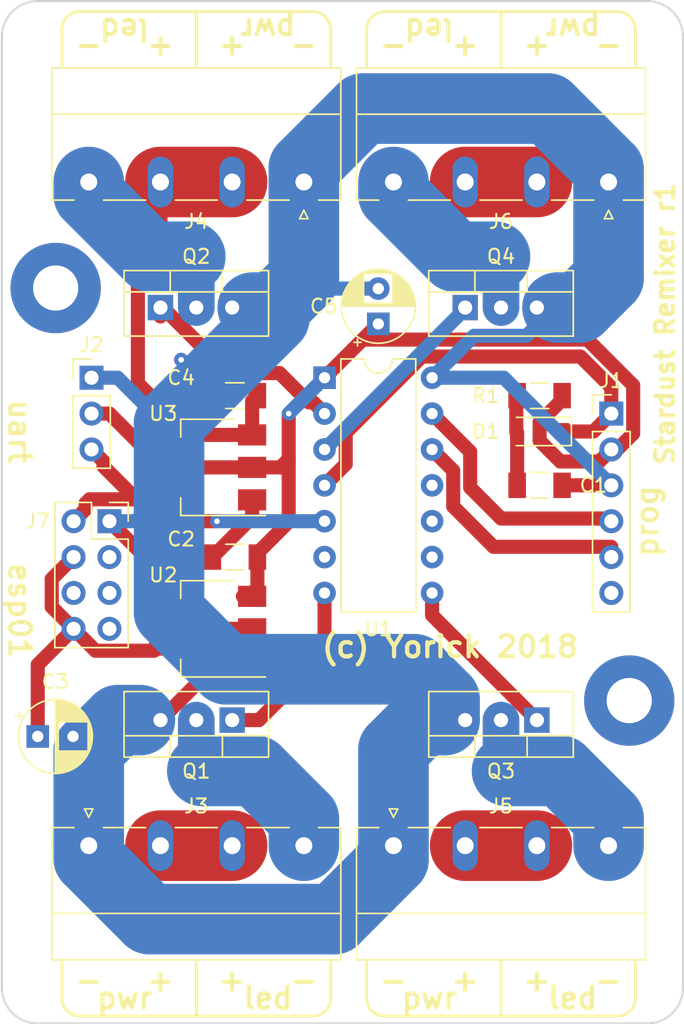
<source format=kicad_pcb>
(kicad_pcb (version 20171130) (host pcbnew 2017-12-11)

  (general
    (thickness 1.6)
    (drawings 65)
    (tracks 194)
    (zones 0)
    (modules 23)
    (nets 30)
  )

  (page A4)
  (layers
    (0 F.Cu signal)
    (31 B.Cu signal)
    (32 B.Adhes user)
    (33 F.Adhes user)
    (34 B.Paste user)
    (35 F.Paste user)
    (36 B.SilkS user)
    (37 F.SilkS user)
    (38 B.Mask user)
    (39 F.Mask user)
    (40 Dwgs.User user)
    (41 Cmts.User user)
    (42 Eco1.User user)
    (43 Eco2.User user)
    (44 Edge.Cuts user)
    (45 Margin user)
    (46 B.CrtYd user)
    (47 F.CrtYd user)
    (48 B.Fab user)
    (49 F.Fab user hide)
  )

  (setup
    (last_trace_width 1)
    (user_trace_width 1)
    (user_trace_width 2.6)
    (user_trace_width 5)
    (user_trace_width 9)
    (trace_clearance 0.2)
    (zone_clearance 0.2)
    (zone_45_only no)
    (trace_min 0.2)
    (segment_width 0.2)
    (edge_width 0.15)
    (via_size 0.8)
    (via_drill 0.4)
    (via_min_size 0.4)
    (via_min_drill 0.3)
    (uvia_size 0.3)
    (uvia_drill 0.1)
    (uvias_allowed no)
    (uvia_min_size 0.2)
    (uvia_min_drill 0.1)
    (pcb_text_width 0.3)
    (pcb_text_size 1.5 1.5)
    (mod_edge_width 0.15)
    (mod_text_size 1 1)
    (mod_text_width 0.15)
    (pad_size 1.524 1.524)
    (pad_drill 0.762)
    (pad_to_mask_clearance 0.2)
    (aux_axis_origin 114.104762 135.3675)
    (visible_elements FFFFFF7F)
    (pcbplotparams
      (layerselection 0x010fc_ffffffff)
      (usegerberextensions false)
      (usegerberattributes false)
      (usegerberadvancedattributes false)
      (creategerberjobfile false)
      (excludeedgelayer true)
      (linewidth 0.100000)
      (plotframeref false)
      (viasonmask false)
      (mode 1)
      (useauxorigin false)
      (hpglpennumber 1)
      (hpglpenspeed 20)
      (hpglpendiameter 15)
      (psnegative false)
      (psa4output false)
      (plotreference true)
      (plotvalue true)
      (plotinvisibletext false)
      (padsonsilk false)
      (subtractmaskfromsilk false)
      (outputformat 1)
      (mirror false)
      (drillshape 0)
      (scaleselection 1)
      (outputdirectory ""))
  )

  (net 0 "")
  (net 1 +5V)
  (net 2 MCLR)
  (net 3 PGC)
  (net 4 GND)
  (net 5 PGD)
  (net 6 PWM2)
  (net 7 G2)
  (net 8 G0)
  (net 9 PWM0)
  (net 10 PWM3)
  (net 11 G3)
  (net 12 G1)
  (net 13 PWM1)
  (net 14 "Net-(U1-Pad11)")
  (net 15 uart_rx)
  (net 16 /PGM)
  (net 17 /12v_2)
  (net 18 /12v_3)
  (net 19 /12v_1)
  (net 20 "Net-(U1-Pad6)")
  (net 21 12V_0)
  (net 22 +3V3)
  (net 23 "Net-(J7-Pad3)")
  (net 24 "Net-(J7-Pad5)")
  (net 25 "Net-(J7-Pad6)")
  (net 26 "Net-(J7-Pad7)")
  (net 27 "Net-(U1-Pad9)")
  (net 28 "Net-(U1-Pad10)")
  (net 29 "Net-(C1-Pad1)")

  (net_class Default "This is the default net class."
    (clearance 0.2)
    (trace_width 1)
    (via_dia 0.8)
    (via_drill 0.4)
    (uvia_dia 0.3)
    (uvia_drill 0.1)
    (add_net +3V3)
    (add_net +5V)
    (add_net /PGM)
    (add_net 12V_0)
    (add_net MCLR)
    (add_net "Net-(C1-Pad1)")
    (add_net "Net-(J7-Pad3)")
    (add_net "Net-(J7-Pad5)")
    (add_net "Net-(J7-Pad6)")
    (add_net "Net-(J7-Pad7)")
    (add_net "Net-(U1-Pad10)")
    (add_net "Net-(U1-Pad11)")
    (add_net "Net-(U1-Pad6)")
    (add_net "Net-(U1-Pad9)")
    (add_net PGC)
    (add_net PGD)
    (add_net PWM0)
    (add_net PWM1)
    (add_net PWM2)
    (add_net PWM3)
    (add_net uart_rx)
  )

  (net_class pwr ""
    (clearance 0.2)
    (trace_width 3.5)
    (via_dia 0.8)
    (via_drill 0.4)
    (uvia_dia 0.3)
    (uvia_drill 0.1)
    (add_net /12v_1)
    (add_net /12v_2)
    (add_net /12v_3)
    (add_net G0)
    (add_net G1)
    (add_net G2)
    (add_net G3)
    (add_net GND)
  )

  (module MountingHole:MountingHole_3.2mm_M3_Pad (layer F.Cu) (tedit 5A613C5C) (tstamp 5A6CF134)
    (at 115.57 82.55)
    (descr "Mounting Hole 3.2mm, M3")
    (tags "mounting hole 3.2mm m3")
    (attr virtual)
    (fp_text reference REF** (at 0 -4.2) (layer F.SilkS) hide
      (effects (font (size 1 1) (thickness 0.15)))
    )
    (fp_text value MountingHole_3.2mm_M3_Pad (at 0 4.2) (layer F.Fab)
      (effects (font (size 1 1) (thickness 0.15)))
    )
    (fp_circle (center 0 0) (end 3.45 0) (layer F.CrtYd) (width 0.05))
    (fp_circle (center 0 0) (end 3.2 0) (layer Cmts.User) (width 0.15))
    (fp_text user %R (at 0.3 0) (layer F.Fab)
      (effects (font (size 1 1) (thickness 0.15)))
    )
    (pad 1 thru_hole circle (at 0 0) (size 6.4 6.4) (drill 3.2) (layers *.Cu *.Mask))
  )

  (module MountingHole:MountingHole_3.2mm_M3_Pad (layer F.Cu) (tedit 5A613C57) (tstamp 5A6CF12C)
    (at 156.21 111.76)
    (descr "Mounting Hole 3.2mm, M3")
    (tags "mounting hole 3.2mm m3")
    (attr virtual)
    (fp_text reference REF** (at 0 -4.2) (layer F.SilkS) hide
      (effects (font (size 1 1) (thickness 0.15)))
    )
    (fp_text value MountingHole_3.2mm_M3_Pad (at 0 4.2) (layer F.Fab)
      (effects (font (size 1 1) (thickness 0.15)))
    )
    (fp_circle (center 0 0) (end 3.45 0) (layer F.CrtYd) (width 0.05))
    (fp_circle (center 0 0) (end 3.2 0) (layer Cmts.User) (width 0.15))
    (fp_text user %R (at 0.3 0) (layer F.Fab)
      (effects (font (size 1 1) (thickness 0.15)))
    )
    (pad 1 thru_hole circle (at 0 0) (size 6.4 6.4) (drill 3.2) (layers *.Cu *.Mask))
  )

  (module Connector_PinHeader_2.54mm:PinHeader_1x03_P2.54mm_Vertical (layer F.Cu) (tedit 59FED5CC) (tstamp 5A6CE13B)
    (at 118.11 88.9)
    (descr "Through hole straight pin header, 1x03, 2.54mm pitch, single row")
    (tags "Through hole pin header THT 1x03 2.54mm single row")
    (path /5A5BE088)
    (fp_text reference J2 (at 0 -2.33) (layer F.SilkS)
      (effects (font (size 1 1) (thickness 0.15)))
    )
    (fp_text value uart (at 0 7.41) (layer F.Fab)
      (effects (font (size 1 1) (thickness 0.15)))
    )
    (fp_line (start -0.635 -1.27) (end 1.27 -1.27) (layer F.Fab) (width 0.1))
    (fp_line (start 1.27 -1.27) (end 1.27 6.35) (layer F.Fab) (width 0.1))
    (fp_line (start 1.27 6.35) (end -1.27 6.35) (layer F.Fab) (width 0.1))
    (fp_line (start -1.27 6.35) (end -1.27 -0.635) (layer F.Fab) (width 0.1))
    (fp_line (start -1.27 -0.635) (end -0.635 -1.27) (layer F.Fab) (width 0.1))
    (fp_line (start -1.33 6.41) (end 1.33 6.41) (layer F.SilkS) (width 0.12))
    (fp_line (start -1.33 1.27) (end -1.33 6.41) (layer F.SilkS) (width 0.12))
    (fp_line (start 1.33 1.27) (end 1.33 6.41) (layer F.SilkS) (width 0.12))
    (fp_line (start -1.33 1.27) (end 1.33 1.27) (layer F.SilkS) (width 0.12))
    (fp_line (start -1.33 0) (end -1.33 -1.33) (layer F.SilkS) (width 0.12))
    (fp_line (start -1.33 -1.33) (end 0 -1.33) (layer F.SilkS) (width 0.12))
    (fp_line (start -1.8 -1.8) (end -1.8 6.85) (layer F.CrtYd) (width 0.05))
    (fp_line (start -1.8 6.85) (end 1.8 6.85) (layer F.CrtYd) (width 0.05))
    (fp_line (start 1.8 6.85) (end 1.8 -1.8) (layer F.CrtYd) (width 0.05))
    (fp_line (start 1.8 -1.8) (end -1.8 -1.8) (layer F.CrtYd) (width 0.05))
    (fp_text user %R (at 0 2.54 90) (layer F.Fab)
      (effects (font (size 1 1) (thickness 0.15)))
    )
    (pad 1 thru_hole rect (at 0 0) (size 1.7 1.7) (drill 1) (layers *.Cu *.Mask)
      (net 4 GND))
    (pad 2 thru_hole oval (at 0 2.54) (size 1.7 1.7) (drill 1) (layers *.Cu *.Mask)
      (net 1 +5V))
    (pad 3 thru_hole oval (at 0 5.08) (size 1.7 1.7) (drill 1) (layers *.Cu *.Mask)
      (net 15 uart_rx))
    (model ${KISYS3DMOD}/Connector_PinHeader_2.54mm.3dshapes/PinHeader_1x03_P2.54mm_Vertical.wrl
      (at (xyz 0 0 0))
      (scale (xyz 1 1 1))
      (rotate (xyz 0 0 0))
    )
  )

  (module Connector_PinHeader_2.54mm:PinHeader_1x06_P2.54mm_Vertical (layer F.Cu) (tedit 59FED5CC) (tstamp 5A6CE122)
    (at 154.94 91.44)
    (descr "Through hole straight pin header, 1x06, 2.54mm pitch, single row")
    (tags "Through hole pin header THT 1x06 2.54mm single row")
    (path /5A5BB42D)
    (fp_text reference J1 (at 0 -2.33) (layer F.SilkS)
      (effects (font (size 1 1) (thickness 0.15)))
    )
    (fp_text value prog (at 0 15.03) (layer F.Fab)
      (effects (font (size 1 1) (thickness 0.15)))
    )
    (fp_line (start -0.635 -1.27) (end 1.27 -1.27) (layer F.Fab) (width 0.1))
    (fp_line (start 1.27 -1.27) (end 1.27 13.97) (layer F.Fab) (width 0.1))
    (fp_line (start 1.27 13.97) (end -1.27 13.97) (layer F.Fab) (width 0.1))
    (fp_line (start -1.27 13.97) (end -1.27 -0.635) (layer F.Fab) (width 0.1))
    (fp_line (start -1.27 -0.635) (end -0.635 -1.27) (layer F.Fab) (width 0.1))
    (fp_line (start -1.33 14.03) (end 1.33 14.03) (layer F.SilkS) (width 0.12))
    (fp_line (start -1.33 1.27) (end -1.33 14.03) (layer F.SilkS) (width 0.12))
    (fp_line (start 1.33 1.27) (end 1.33 14.03) (layer F.SilkS) (width 0.12))
    (fp_line (start -1.33 1.27) (end 1.33 1.27) (layer F.SilkS) (width 0.12))
    (fp_line (start -1.33 0) (end -1.33 -1.33) (layer F.SilkS) (width 0.12))
    (fp_line (start -1.33 -1.33) (end 0 -1.33) (layer F.SilkS) (width 0.12))
    (fp_line (start -1.8 -1.8) (end -1.8 14.5) (layer F.CrtYd) (width 0.05))
    (fp_line (start -1.8 14.5) (end 1.8 14.5) (layer F.CrtYd) (width 0.05))
    (fp_line (start 1.8 14.5) (end 1.8 -1.8) (layer F.CrtYd) (width 0.05))
    (fp_line (start 1.8 -1.8) (end -1.8 -1.8) (layer F.CrtYd) (width 0.05))
    (fp_text user %R (at 0 6.35 90) (layer F.Fab)
      (effects (font (size 1 1) (thickness 0.15)))
    )
    (pad 1 thru_hole rect (at 0 0) (size 1.7 1.7) (drill 1) (layers *.Cu *.Mask)
      (net 2 MCLR))
    (pad 2 thru_hole oval (at 0 2.54) (size 1.7 1.7) (drill 1) (layers *.Cu *.Mask)
      (net 1 +5V))
    (pad 3 thru_hole oval (at 0 5.08) (size 1.7 1.7) (drill 1) (layers *.Cu *.Mask)
      (net 4 GND))
    (pad 4 thru_hole oval (at 0 7.62) (size 1.7 1.7) (drill 1) (layers *.Cu *.Mask)
      (net 5 PGD))
    (pad 5 thru_hole oval (at 0 10.16) (size 1.7 1.7) (drill 1) (layers *.Cu *.Mask)
      (net 3 PGC))
    (pad 6 thru_hole oval (at 0 12.7) (size 1.7 1.7) (drill 1) (layers *.Cu *.Mask)
      (net 16 /PGM))
    (model ${KISYS3DMOD}/Connector_PinHeader_2.54mm.3dshapes/PinHeader_1x06_P2.54mm_Vertical.wrl
      (at (xyz 0 0 0))
      (scale (xyz 1 1 1))
      (rotate (xyz 0 0 0))
    )
  )

  (module Capacitor_THT:CP_Radial_D5.0mm_P2.50mm (layer F.Cu) (tedit 5A533290) (tstamp 5A6CD586)
    (at 138.43 85.09 90)
    (descr "CP, Radial series, Radial, pin pitch=2.50mm, , diameter=5mm, Electrolytic Capacitor")
    (tags "CP Radial series Radial pin pitch 2.50mm  diameter 5mm Electrolytic Capacitor")
    (path /5A601A57)
    (fp_text reference C5 (at 1.25 -3.87 180) (layer F.SilkS)
      (effects (font (size 1 1) (thickness 0.15)))
    )
    (fp_text value "47 uF" (at 1.25 3.87 90) (layer F.Fab)
      (effects (font (size 1 1) (thickness 0.15)))
    )
    (fp_circle (center 1.25 0) (end 3.75 0) (layer F.Fab) (width 0.1))
    (fp_circle (center 1.25 0) (end 3.87 0) (layer F.SilkS) (width 0.12))
    (fp_circle (center 1.25 0) (end 4 0) (layer F.CrtYd) (width 0.05))
    (fp_line (start -0.883605 -1.0875) (end -0.383605 -1.0875) (layer F.Fab) (width 0.1))
    (fp_line (start -0.633605 -1.3375) (end -0.633605 -0.8375) (layer F.Fab) (width 0.1))
    (fp_line (start 1.25 -2.58) (end 1.25 2.58) (layer F.SilkS) (width 0.12))
    (fp_line (start 1.29 -2.58) (end 1.29 2.58) (layer F.SilkS) (width 0.12))
    (fp_line (start 1.33 -2.579) (end 1.33 2.579) (layer F.SilkS) (width 0.12))
    (fp_line (start 1.37 -2.578) (end 1.37 2.578) (layer F.SilkS) (width 0.12))
    (fp_line (start 1.41 -2.576) (end 1.41 2.576) (layer F.SilkS) (width 0.12))
    (fp_line (start 1.45 -2.573) (end 1.45 2.573) (layer F.SilkS) (width 0.12))
    (fp_line (start 1.49 -2.569) (end 1.49 -1.04) (layer F.SilkS) (width 0.12))
    (fp_line (start 1.49 1.04) (end 1.49 2.569) (layer F.SilkS) (width 0.12))
    (fp_line (start 1.53 -2.565) (end 1.53 -1.04) (layer F.SilkS) (width 0.12))
    (fp_line (start 1.53 1.04) (end 1.53 2.565) (layer F.SilkS) (width 0.12))
    (fp_line (start 1.57 -2.561) (end 1.57 -1.04) (layer F.SilkS) (width 0.12))
    (fp_line (start 1.57 1.04) (end 1.57 2.561) (layer F.SilkS) (width 0.12))
    (fp_line (start 1.61 -2.556) (end 1.61 -1.04) (layer F.SilkS) (width 0.12))
    (fp_line (start 1.61 1.04) (end 1.61 2.556) (layer F.SilkS) (width 0.12))
    (fp_line (start 1.65 -2.55) (end 1.65 -1.04) (layer F.SilkS) (width 0.12))
    (fp_line (start 1.65 1.04) (end 1.65 2.55) (layer F.SilkS) (width 0.12))
    (fp_line (start 1.69 -2.543) (end 1.69 -1.04) (layer F.SilkS) (width 0.12))
    (fp_line (start 1.69 1.04) (end 1.69 2.543) (layer F.SilkS) (width 0.12))
    (fp_line (start 1.73 -2.536) (end 1.73 -1.04) (layer F.SilkS) (width 0.12))
    (fp_line (start 1.73 1.04) (end 1.73 2.536) (layer F.SilkS) (width 0.12))
    (fp_line (start 1.77 -2.528) (end 1.77 -1.04) (layer F.SilkS) (width 0.12))
    (fp_line (start 1.77 1.04) (end 1.77 2.528) (layer F.SilkS) (width 0.12))
    (fp_line (start 1.81 -2.52) (end 1.81 -1.04) (layer F.SilkS) (width 0.12))
    (fp_line (start 1.81 1.04) (end 1.81 2.52) (layer F.SilkS) (width 0.12))
    (fp_line (start 1.85 -2.511) (end 1.85 -1.04) (layer F.SilkS) (width 0.12))
    (fp_line (start 1.85 1.04) (end 1.85 2.511) (layer F.SilkS) (width 0.12))
    (fp_line (start 1.89 -2.501) (end 1.89 -1.04) (layer F.SilkS) (width 0.12))
    (fp_line (start 1.89 1.04) (end 1.89 2.501) (layer F.SilkS) (width 0.12))
    (fp_line (start 1.93 -2.491) (end 1.93 -1.04) (layer F.SilkS) (width 0.12))
    (fp_line (start 1.93 1.04) (end 1.93 2.491) (layer F.SilkS) (width 0.12))
    (fp_line (start 1.971 -2.48) (end 1.971 -1.04) (layer F.SilkS) (width 0.12))
    (fp_line (start 1.971 1.04) (end 1.971 2.48) (layer F.SilkS) (width 0.12))
    (fp_line (start 2.011 -2.468) (end 2.011 -1.04) (layer F.SilkS) (width 0.12))
    (fp_line (start 2.011 1.04) (end 2.011 2.468) (layer F.SilkS) (width 0.12))
    (fp_line (start 2.051 -2.455) (end 2.051 -1.04) (layer F.SilkS) (width 0.12))
    (fp_line (start 2.051 1.04) (end 2.051 2.455) (layer F.SilkS) (width 0.12))
    (fp_line (start 2.091 -2.442) (end 2.091 -1.04) (layer F.SilkS) (width 0.12))
    (fp_line (start 2.091 1.04) (end 2.091 2.442) (layer F.SilkS) (width 0.12))
    (fp_line (start 2.131 -2.428) (end 2.131 -1.04) (layer F.SilkS) (width 0.12))
    (fp_line (start 2.131 1.04) (end 2.131 2.428) (layer F.SilkS) (width 0.12))
    (fp_line (start 2.171 -2.414) (end 2.171 -1.04) (layer F.SilkS) (width 0.12))
    (fp_line (start 2.171 1.04) (end 2.171 2.414) (layer F.SilkS) (width 0.12))
    (fp_line (start 2.211 -2.398) (end 2.211 -1.04) (layer F.SilkS) (width 0.12))
    (fp_line (start 2.211 1.04) (end 2.211 2.398) (layer F.SilkS) (width 0.12))
    (fp_line (start 2.251 -2.382) (end 2.251 -1.04) (layer F.SilkS) (width 0.12))
    (fp_line (start 2.251 1.04) (end 2.251 2.382) (layer F.SilkS) (width 0.12))
    (fp_line (start 2.291 -2.365) (end 2.291 -1.04) (layer F.SilkS) (width 0.12))
    (fp_line (start 2.291 1.04) (end 2.291 2.365) (layer F.SilkS) (width 0.12))
    (fp_line (start 2.331 -2.348) (end 2.331 -1.04) (layer F.SilkS) (width 0.12))
    (fp_line (start 2.331 1.04) (end 2.331 2.348) (layer F.SilkS) (width 0.12))
    (fp_line (start 2.371 -2.329) (end 2.371 -1.04) (layer F.SilkS) (width 0.12))
    (fp_line (start 2.371 1.04) (end 2.371 2.329) (layer F.SilkS) (width 0.12))
    (fp_line (start 2.411 -2.31) (end 2.411 -1.04) (layer F.SilkS) (width 0.12))
    (fp_line (start 2.411 1.04) (end 2.411 2.31) (layer F.SilkS) (width 0.12))
    (fp_line (start 2.451 -2.29) (end 2.451 -1.04) (layer F.SilkS) (width 0.12))
    (fp_line (start 2.451 1.04) (end 2.451 2.29) (layer F.SilkS) (width 0.12))
    (fp_line (start 2.491 -2.268) (end 2.491 -1.04) (layer F.SilkS) (width 0.12))
    (fp_line (start 2.491 1.04) (end 2.491 2.268) (layer F.SilkS) (width 0.12))
    (fp_line (start 2.531 -2.247) (end 2.531 -1.04) (layer F.SilkS) (width 0.12))
    (fp_line (start 2.531 1.04) (end 2.531 2.247) (layer F.SilkS) (width 0.12))
    (fp_line (start 2.571 -2.224) (end 2.571 -1.04) (layer F.SilkS) (width 0.12))
    (fp_line (start 2.571 1.04) (end 2.571 2.224) (layer F.SilkS) (width 0.12))
    (fp_line (start 2.611 -2.2) (end 2.611 -1.04) (layer F.SilkS) (width 0.12))
    (fp_line (start 2.611 1.04) (end 2.611 2.2) (layer F.SilkS) (width 0.12))
    (fp_line (start 2.651 -2.175) (end 2.651 -1.04) (layer F.SilkS) (width 0.12))
    (fp_line (start 2.651 1.04) (end 2.651 2.175) (layer F.SilkS) (width 0.12))
    (fp_line (start 2.691 -2.149) (end 2.691 -1.04) (layer F.SilkS) (width 0.12))
    (fp_line (start 2.691 1.04) (end 2.691 2.149) (layer F.SilkS) (width 0.12))
    (fp_line (start 2.731 -2.122) (end 2.731 -1.04) (layer F.SilkS) (width 0.12))
    (fp_line (start 2.731 1.04) (end 2.731 2.122) (layer F.SilkS) (width 0.12))
    (fp_line (start 2.771 -2.095) (end 2.771 -1.04) (layer F.SilkS) (width 0.12))
    (fp_line (start 2.771 1.04) (end 2.771 2.095) (layer F.SilkS) (width 0.12))
    (fp_line (start 2.811 -2.065) (end 2.811 -1.04) (layer F.SilkS) (width 0.12))
    (fp_line (start 2.811 1.04) (end 2.811 2.065) (layer F.SilkS) (width 0.12))
    (fp_line (start 2.851 -2.035) (end 2.851 -1.04) (layer F.SilkS) (width 0.12))
    (fp_line (start 2.851 1.04) (end 2.851 2.035) (layer F.SilkS) (width 0.12))
    (fp_line (start 2.891 -2.004) (end 2.891 -1.04) (layer F.SilkS) (width 0.12))
    (fp_line (start 2.891 1.04) (end 2.891 2.004) (layer F.SilkS) (width 0.12))
    (fp_line (start 2.931 -1.971) (end 2.931 -1.04) (layer F.SilkS) (width 0.12))
    (fp_line (start 2.931 1.04) (end 2.931 1.971) (layer F.SilkS) (width 0.12))
    (fp_line (start 2.971 -1.937) (end 2.971 -1.04) (layer F.SilkS) (width 0.12))
    (fp_line (start 2.971 1.04) (end 2.971 1.937) (layer F.SilkS) (width 0.12))
    (fp_line (start 3.011 -1.901) (end 3.011 -1.04) (layer F.SilkS) (width 0.12))
    (fp_line (start 3.011 1.04) (end 3.011 1.901) (layer F.SilkS) (width 0.12))
    (fp_line (start 3.051 -1.864) (end 3.051 -1.04) (layer F.SilkS) (width 0.12))
    (fp_line (start 3.051 1.04) (end 3.051 1.864) (layer F.SilkS) (width 0.12))
    (fp_line (start 3.091 -1.826) (end 3.091 -1.04) (layer F.SilkS) (width 0.12))
    (fp_line (start 3.091 1.04) (end 3.091 1.826) (layer F.SilkS) (width 0.12))
    (fp_line (start 3.131 -1.785) (end 3.131 -1.04) (layer F.SilkS) (width 0.12))
    (fp_line (start 3.131 1.04) (end 3.131 1.785) (layer F.SilkS) (width 0.12))
    (fp_line (start 3.171 -1.743) (end 3.171 -1.04) (layer F.SilkS) (width 0.12))
    (fp_line (start 3.171 1.04) (end 3.171 1.743) (layer F.SilkS) (width 0.12))
    (fp_line (start 3.211 -1.699) (end 3.211 -1.04) (layer F.SilkS) (width 0.12))
    (fp_line (start 3.211 1.04) (end 3.211 1.699) (layer F.SilkS) (width 0.12))
    (fp_line (start 3.251 -1.653) (end 3.251 -1.04) (layer F.SilkS) (width 0.12))
    (fp_line (start 3.251 1.04) (end 3.251 1.653) (layer F.SilkS) (width 0.12))
    (fp_line (start 3.291 -1.605) (end 3.291 -1.04) (layer F.SilkS) (width 0.12))
    (fp_line (start 3.291 1.04) (end 3.291 1.605) (layer F.SilkS) (width 0.12))
    (fp_line (start 3.331 -1.554) (end 3.331 -1.04) (layer F.SilkS) (width 0.12))
    (fp_line (start 3.331 1.04) (end 3.331 1.554) (layer F.SilkS) (width 0.12))
    (fp_line (start 3.371 -1.5) (end 3.371 -1.04) (layer F.SilkS) (width 0.12))
    (fp_line (start 3.371 1.04) (end 3.371 1.5) (layer F.SilkS) (width 0.12))
    (fp_line (start 3.411 -1.443) (end 3.411 -1.04) (layer F.SilkS) (width 0.12))
    (fp_line (start 3.411 1.04) (end 3.411 1.443) (layer F.SilkS) (width 0.12))
    (fp_line (start 3.451 -1.383) (end 3.451 -1.04) (layer F.SilkS) (width 0.12))
    (fp_line (start 3.451 1.04) (end 3.451 1.383) (layer F.SilkS) (width 0.12))
    (fp_line (start 3.491 -1.319) (end 3.491 -1.04) (layer F.SilkS) (width 0.12))
    (fp_line (start 3.491 1.04) (end 3.491 1.319) (layer F.SilkS) (width 0.12))
    (fp_line (start 3.531 -1.251) (end 3.531 -1.04) (layer F.SilkS) (width 0.12))
    (fp_line (start 3.531 1.04) (end 3.531 1.251) (layer F.SilkS) (width 0.12))
    (fp_line (start 3.571 -1.178) (end 3.571 1.178) (layer F.SilkS) (width 0.12))
    (fp_line (start 3.611 -1.098) (end 3.611 1.098) (layer F.SilkS) (width 0.12))
    (fp_line (start 3.651 -1.011) (end 3.651 1.011) (layer F.SilkS) (width 0.12))
    (fp_line (start 3.691 -0.915) (end 3.691 0.915) (layer F.SilkS) (width 0.12))
    (fp_line (start 3.731 -0.805) (end 3.731 0.805) (layer F.SilkS) (width 0.12))
    (fp_line (start 3.771 -0.677) (end 3.771 0.677) (layer F.SilkS) (width 0.12))
    (fp_line (start 3.811 -0.518) (end 3.811 0.518) (layer F.SilkS) (width 0.12))
    (fp_line (start 3.851 -0.284) (end 3.851 0.284) (layer F.SilkS) (width 0.12))
    (fp_line (start -1.554775 -1.475) (end -1.054775 -1.475) (layer F.SilkS) (width 0.12))
    (fp_line (start -1.304775 -1.725) (end -1.304775 -1.225) (layer F.SilkS) (width 0.12))
    (fp_text user %R (at 1.25 0 90) (layer F.Fab)
      (effects (font (size 1 1) (thickness 0.15)))
    )
    (pad 1 thru_hole rect (at 0 0 90) (size 1.6 1.6) (drill 0.8) (layers *.Cu *.Mask)
      (net 1 +5V))
    (pad 2 thru_hole circle (at 2.5 0 90) (size 1.6 1.6) (drill 0.8) (layers *.Cu *.Mask)
      (net 4 GND))
    (model ${KISYS3DMOD}/Capacitor_THT.3dshapes/CP_Radial_D5.0mm_P2.50mm.wrl
      (at (xyz 0 0 0))
      (scale (xyz 1 1 1))
      (rotate (xyz 0 0 0))
    )
  )

  (module Resistor_SMD:R_1206_3216Metric_Pad1.24x1.80mm_HandSolder (layer F.Cu) (tedit 59FE48B8) (tstamp 5A6E9B18)
    (at 149.86 90.17)
    (descr "Resistor SMD 1206 (3216 Metric), square (rectangular) end terminal, IPC_7351 nominal with elongated pad for handsoldering. (Body size source: http://www.tortai-tech.com/upload/download/2011102023233369053.pdf), generated with kicad-footprint-generator")
    (tags "resistor handsolder")
    (path /5A5B6BD0)
    (attr smd)
    (fp_text reference R1 (at -3.81 0) (layer F.SilkS)
      (effects (font (size 1 1) (thickness 0.15)))
    )
    (fp_text value 10k (at 0 2.05) (layer F.Fab)
      (effects (font (size 1 1) (thickness 0.15)))
    )
    (fp_line (start -1.6 0.8) (end -1.6 -0.8) (layer F.Fab) (width 0.1))
    (fp_line (start -1.6 -0.8) (end 1.6 -0.8) (layer F.Fab) (width 0.1))
    (fp_line (start 1.6 -0.8) (end 1.6 0.8) (layer F.Fab) (width 0.1))
    (fp_line (start 1.6 0.8) (end -1.6 0.8) (layer F.Fab) (width 0.1))
    (fp_line (start -0.65 -0.91) (end 0.65 -0.91) (layer F.SilkS) (width 0.12))
    (fp_line (start -0.65 0.91) (end 0.65 0.91) (layer F.SilkS) (width 0.12))
    (fp_line (start -2.46 1.15) (end -2.46 -1.15) (layer F.CrtYd) (width 0.05))
    (fp_line (start -2.46 -1.15) (end 2.46 -1.15) (layer F.CrtYd) (width 0.05))
    (fp_line (start 2.46 -1.15) (end 2.46 1.15) (layer F.CrtYd) (width 0.05))
    (fp_line (start 2.46 1.15) (end -2.46 1.15) (layer F.CrtYd) (width 0.05))
    (fp_text user %R (at 0 0) (layer F.Fab)
      (effects (font (size 0.8 0.8) (thickness 0.12)))
    )
    (pad 1 smd rect (at -1.5925 0) (size 1.245 1.8) (layers F.Cu F.Paste F.Mask)
      (net 29 "Net-(C1-Pad1)"))
    (pad 2 smd rect (at 1.5925 0) (size 1.245 1.8) (layers F.Cu F.Paste F.Mask)
      (net 1 +5V))
    (model ${KISYS3DMOD}/Resistor_SMD.3dshapes/R_1206_3216Metric.wrl
      (at (xyz 0 0 0))
      (scale (xyz 1 1 1))
      (rotate (xyz 0 0 0))
    )
  )

  (module Capacitor_SMD:C_1206_3216Metric_Pad1.24x1.80mm_HandSolder (layer F.Cu) (tedit 59FE48B8) (tstamp 5A6B3897)
    (at 128.27 90.17 180)
    (descr "Capacitor SMD 1206 (3216 Metric), square (rectangular) end terminal, IPC_7351 nominal with elongated pad for handsoldering. (Body size source: http://www.tortai-tech.com/upload/download/2011102023233369053.pdf), generated with kicad-footprint-generator")
    (tags "capacitor handsolder")
    (path /5A601A5D)
    (attr smd)
    (fp_text reference C4 (at 3.81 1.27 180) (layer F.SilkS)
      (effects (font (size 1 1) (thickness 0.15)))
    )
    (fp_text value "10 uF" (at 0 2.05 180) (layer F.Fab)
      (effects (font (size 1 1) (thickness 0.15)))
    )
    (fp_line (start -1.6 0.8) (end -1.6 -0.8) (layer F.Fab) (width 0.1))
    (fp_line (start -1.6 -0.8) (end 1.6 -0.8) (layer F.Fab) (width 0.1))
    (fp_line (start 1.6 -0.8) (end 1.6 0.8) (layer F.Fab) (width 0.1))
    (fp_line (start 1.6 0.8) (end -1.6 0.8) (layer F.Fab) (width 0.1))
    (fp_line (start -0.65 -0.91) (end 0.65 -0.91) (layer F.SilkS) (width 0.12))
    (fp_line (start -0.65 0.91) (end 0.65 0.91) (layer F.SilkS) (width 0.12))
    (fp_line (start -2.46 1.15) (end -2.46 -1.15) (layer F.CrtYd) (width 0.05))
    (fp_line (start -2.46 -1.15) (end 2.46 -1.15) (layer F.CrtYd) (width 0.05))
    (fp_line (start 2.46 -1.15) (end 2.46 1.15) (layer F.CrtYd) (width 0.05))
    (fp_line (start 2.46 1.15) (end -2.46 1.15) (layer F.CrtYd) (width 0.05))
    (fp_text user %R (at 0 0 180) (layer F.Fab)
      (effects (font (size 0.8 0.8) (thickness 0.12)))
    )
    (pad 1 smd rect (at -1.5925 0 180) (size 1.245 1.8) (layers F.Cu F.Paste F.Mask)
      (net 21 12V_0))
    (pad 2 smd rect (at 1.5925 0 180) (size 1.245 1.8) (layers F.Cu F.Paste F.Mask)
      (net 4 GND))
    (model ${KISYS3DMOD}/Capacitor_SMD.3dshapes/C_1206_3216Metric.wrl
      (at (xyz 0 0 0))
      (scale (xyz 1 1 1))
      (rotate (xyz 0 0 0))
    )
  )

  (module Diode_SMD:D_SOD-123 (layer F.Cu) (tedit 58645DC7) (tstamp 5A6E9B80)
    (at 149.86 92.71 180)
    (descr SOD-123)
    (tags SOD-123)
    (path /5A60D18E)
    (attr smd)
    (fp_text reference D1 (at 3.81 0 180) (layer F.SilkS)
      (effects (font (size 1 1) (thickness 0.15)))
    )
    (fp_text value 1N5817 (at 0 2.1 180) (layer F.Fab)
      (effects (font (size 1 1) (thickness 0.15)))
    )
    (fp_text user %R (at 0 -2 180) (layer F.Fab)
      (effects (font (size 1 1) (thickness 0.15)))
    )
    (fp_line (start -2.25 -1) (end -2.25 1) (layer F.SilkS) (width 0.12))
    (fp_line (start 0.25 0) (end 0.75 0) (layer F.Fab) (width 0.1))
    (fp_line (start 0.25 0.4) (end -0.35 0) (layer F.Fab) (width 0.1))
    (fp_line (start 0.25 -0.4) (end 0.25 0.4) (layer F.Fab) (width 0.1))
    (fp_line (start -0.35 0) (end 0.25 -0.4) (layer F.Fab) (width 0.1))
    (fp_line (start -0.35 0) (end -0.35 0.55) (layer F.Fab) (width 0.1))
    (fp_line (start -0.35 0) (end -0.35 -0.55) (layer F.Fab) (width 0.1))
    (fp_line (start -0.75 0) (end -0.35 0) (layer F.Fab) (width 0.1))
    (fp_line (start -1.4 0.9) (end -1.4 -0.9) (layer F.Fab) (width 0.1))
    (fp_line (start 1.4 0.9) (end -1.4 0.9) (layer F.Fab) (width 0.1))
    (fp_line (start 1.4 -0.9) (end 1.4 0.9) (layer F.Fab) (width 0.1))
    (fp_line (start -1.4 -0.9) (end 1.4 -0.9) (layer F.Fab) (width 0.1))
    (fp_line (start -2.35 -1.15) (end 2.35 -1.15) (layer F.CrtYd) (width 0.05))
    (fp_line (start 2.35 -1.15) (end 2.35 1.15) (layer F.CrtYd) (width 0.05))
    (fp_line (start 2.35 1.15) (end -2.35 1.15) (layer F.CrtYd) (width 0.05))
    (fp_line (start -2.35 -1.15) (end -2.35 1.15) (layer F.CrtYd) (width 0.05))
    (fp_line (start -2.25 1) (end 1.65 1) (layer F.SilkS) (width 0.12))
    (fp_line (start -2.25 -1) (end 1.65 -1) (layer F.SilkS) (width 0.12))
    (pad 1 smd rect (at -1.65 0 180) (size 0.9 1.2) (layers F.Cu F.Paste F.Mask)
      (net 2 MCLR))
    (pad 2 smd rect (at 1.65 0 180) (size 0.9 1.2) (layers F.Cu F.Paste F.Mask)
      (net 29 "Net-(C1-Pad1)"))
    (model ${KISYS3DMOD}/Diode_SMD.3dshapes/D_SOD-123.wrl
      (at (xyz 0 0 0))
      (scale (xyz 1 1 1))
      (rotate (xyz 0 0 0))
    )
  )

  (module Capacitor_SMD:C_1206_3216Metric_Pad1.24x1.80mm_HandSolder (layer F.Cu) (tedit 59FE48B8) (tstamp 5A6E9B48)
    (at 149.86 96.52)
    (descr "Capacitor SMD 1206 (3216 Metric), square (rectangular) end terminal, IPC_7351 nominal with elongated pad for handsoldering. (Body size source: http://www.tortai-tech.com/upload/download/2011102023233369053.pdf), generated with kicad-footprint-generator")
    (tags "capacitor handsolder")
    (path /5A5FCF27)
    (attr smd)
    (fp_text reference C1 (at 3.81 0) (layer F.SilkS)
      (effects (font (size 1 1) (thickness 0.15)))
    )
    (fp_text value "10 nF" (at 0 2.05) (layer F.Fab)
      (effects (font (size 1 1) (thickness 0.15)))
    )
    (fp_line (start -1.6 0.8) (end -1.6 -0.8) (layer F.Fab) (width 0.1))
    (fp_line (start -1.6 -0.8) (end 1.6 -0.8) (layer F.Fab) (width 0.1))
    (fp_line (start 1.6 -0.8) (end 1.6 0.8) (layer F.Fab) (width 0.1))
    (fp_line (start 1.6 0.8) (end -1.6 0.8) (layer F.Fab) (width 0.1))
    (fp_line (start -0.65 -0.91) (end 0.65 -0.91) (layer F.SilkS) (width 0.12))
    (fp_line (start -0.65 0.91) (end 0.65 0.91) (layer F.SilkS) (width 0.12))
    (fp_line (start -2.46 1.15) (end -2.46 -1.15) (layer F.CrtYd) (width 0.05))
    (fp_line (start -2.46 -1.15) (end 2.46 -1.15) (layer F.CrtYd) (width 0.05))
    (fp_line (start 2.46 -1.15) (end 2.46 1.15) (layer F.CrtYd) (width 0.05))
    (fp_line (start 2.46 1.15) (end -2.46 1.15) (layer F.CrtYd) (width 0.05))
    (fp_text user %R (at 0 0) (layer F.Fab)
      (effects (font (size 0.8 0.8) (thickness 0.12)))
    )
    (pad 1 smd rect (at -1.5925 0) (size 1.245 1.8) (layers F.Cu F.Paste F.Mask)
      (net 29 "Net-(C1-Pad1)"))
    (pad 2 smd rect (at 1.5925 0) (size 1.245 1.8) (layers F.Cu F.Paste F.Mask)
      (net 4 GND))
    (model ${KISYS3DMOD}/Capacitor_SMD.3dshapes/C_1206_3216Metric.wrl
      (at (xyz 0 0 0))
      (scale (xyz 1 1 1))
      (rotate (xyz 0 0 0))
    )
  )

  (module Capacitor_SMD:C_1206_3216Metric_Pad1.24x1.80mm_HandSolder (layer F.Cu) (tedit 59FE48B8) (tstamp 5A6CD82B)
    (at 128.27 101.6 180)
    (descr "Capacitor SMD 1206 (3216 Metric), square (rectangular) end terminal, IPC_7351 nominal with elongated pad for handsoldering. (Body size source: http://www.tortai-tech.com/upload/download/2011102023233369053.pdf), generated with kicad-footprint-generator")
    (tags "capacitor handsolder")
    (path /5A5FECB8)
    (attr smd)
    (fp_text reference C2 (at 3.81 1.27 180) (layer F.SilkS)
      (effects (font (size 1 1) (thickness 0.15)))
    )
    (fp_text value "10 uF" (at 0 2.05 180) (layer F.Fab)
      (effects (font (size 1 1) (thickness 0.15)))
    )
    (fp_text user %R (at 0 0 180) (layer F.Fab)
      (effects (font (size 0.8 0.8) (thickness 0.12)))
    )
    (fp_line (start 2.46 1.15) (end -2.46 1.15) (layer F.CrtYd) (width 0.05))
    (fp_line (start 2.46 -1.15) (end 2.46 1.15) (layer F.CrtYd) (width 0.05))
    (fp_line (start -2.46 -1.15) (end 2.46 -1.15) (layer F.CrtYd) (width 0.05))
    (fp_line (start -2.46 1.15) (end -2.46 -1.15) (layer F.CrtYd) (width 0.05))
    (fp_line (start -0.65 0.91) (end 0.65 0.91) (layer F.SilkS) (width 0.12))
    (fp_line (start -0.65 -0.91) (end 0.65 -0.91) (layer F.SilkS) (width 0.12))
    (fp_line (start 1.6 0.8) (end -1.6 0.8) (layer F.Fab) (width 0.1))
    (fp_line (start 1.6 -0.8) (end 1.6 0.8) (layer F.Fab) (width 0.1))
    (fp_line (start -1.6 -0.8) (end 1.6 -0.8) (layer F.Fab) (width 0.1))
    (fp_line (start -1.6 0.8) (end -1.6 -0.8) (layer F.Fab) (width 0.1))
    (pad 2 smd rect (at 1.5925 0 180) (size 1.245 1.8) (layers F.Cu F.Paste F.Mask)
      (net 4 GND))
    (pad 1 smd rect (at -1.5925 0 180) (size 1.245 1.8) (layers F.Cu F.Paste F.Mask)
      (net 1 +5V))
    (model ${KISYS3DMOD}/Capacitor_SMD.3dshapes/C_1206_3216Metric.wrl
      (at (xyz 0 0 0))
      (scale (xyz 1 1 1))
      (rotate (xyz 0 0 0))
    )
  )

  (module Capacitor_THT:CP_Radial_D5.0mm_P2.50mm (layer F.Cu) (tedit 5A533290) (tstamp 5A6B3DD7)
    (at 114.3 114.3)
    (descr "CP, Radial series, Radial, pin pitch=2.50mm, , diameter=5mm, Electrolytic Capacitor")
    (tags "CP Radial series Radial pin pitch 2.50mm  diameter 5mm Electrolytic Capacitor")
    (path /5A5FE8F4)
    (fp_text reference C3 (at 1.25 -3.87) (layer F.SilkS)
      (effects (font (size 1 1) (thickness 0.15)))
    )
    (fp_text value "47 uF" (at 1.25 3.87) (layer F.Fab)
      (effects (font (size 1 1) (thickness 0.15)))
    )
    (fp_text user %R (at 1.25 0) (layer F.Fab)
      (effects (font (size 1 1) (thickness 0.15)))
    )
    (fp_line (start -1.304775 -1.725) (end -1.304775 -1.225) (layer F.SilkS) (width 0.12))
    (fp_line (start -1.554775 -1.475) (end -1.054775 -1.475) (layer F.SilkS) (width 0.12))
    (fp_line (start 3.851 -0.284) (end 3.851 0.284) (layer F.SilkS) (width 0.12))
    (fp_line (start 3.811 -0.518) (end 3.811 0.518) (layer F.SilkS) (width 0.12))
    (fp_line (start 3.771 -0.677) (end 3.771 0.677) (layer F.SilkS) (width 0.12))
    (fp_line (start 3.731 -0.805) (end 3.731 0.805) (layer F.SilkS) (width 0.12))
    (fp_line (start 3.691 -0.915) (end 3.691 0.915) (layer F.SilkS) (width 0.12))
    (fp_line (start 3.651 -1.011) (end 3.651 1.011) (layer F.SilkS) (width 0.12))
    (fp_line (start 3.611 -1.098) (end 3.611 1.098) (layer F.SilkS) (width 0.12))
    (fp_line (start 3.571 -1.178) (end 3.571 1.178) (layer F.SilkS) (width 0.12))
    (fp_line (start 3.531 1.04) (end 3.531 1.251) (layer F.SilkS) (width 0.12))
    (fp_line (start 3.531 -1.251) (end 3.531 -1.04) (layer F.SilkS) (width 0.12))
    (fp_line (start 3.491 1.04) (end 3.491 1.319) (layer F.SilkS) (width 0.12))
    (fp_line (start 3.491 -1.319) (end 3.491 -1.04) (layer F.SilkS) (width 0.12))
    (fp_line (start 3.451 1.04) (end 3.451 1.383) (layer F.SilkS) (width 0.12))
    (fp_line (start 3.451 -1.383) (end 3.451 -1.04) (layer F.SilkS) (width 0.12))
    (fp_line (start 3.411 1.04) (end 3.411 1.443) (layer F.SilkS) (width 0.12))
    (fp_line (start 3.411 -1.443) (end 3.411 -1.04) (layer F.SilkS) (width 0.12))
    (fp_line (start 3.371 1.04) (end 3.371 1.5) (layer F.SilkS) (width 0.12))
    (fp_line (start 3.371 -1.5) (end 3.371 -1.04) (layer F.SilkS) (width 0.12))
    (fp_line (start 3.331 1.04) (end 3.331 1.554) (layer F.SilkS) (width 0.12))
    (fp_line (start 3.331 -1.554) (end 3.331 -1.04) (layer F.SilkS) (width 0.12))
    (fp_line (start 3.291 1.04) (end 3.291 1.605) (layer F.SilkS) (width 0.12))
    (fp_line (start 3.291 -1.605) (end 3.291 -1.04) (layer F.SilkS) (width 0.12))
    (fp_line (start 3.251 1.04) (end 3.251 1.653) (layer F.SilkS) (width 0.12))
    (fp_line (start 3.251 -1.653) (end 3.251 -1.04) (layer F.SilkS) (width 0.12))
    (fp_line (start 3.211 1.04) (end 3.211 1.699) (layer F.SilkS) (width 0.12))
    (fp_line (start 3.211 -1.699) (end 3.211 -1.04) (layer F.SilkS) (width 0.12))
    (fp_line (start 3.171 1.04) (end 3.171 1.743) (layer F.SilkS) (width 0.12))
    (fp_line (start 3.171 -1.743) (end 3.171 -1.04) (layer F.SilkS) (width 0.12))
    (fp_line (start 3.131 1.04) (end 3.131 1.785) (layer F.SilkS) (width 0.12))
    (fp_line (start 3.131 -1.785) (end 3.131 -1.04) (layer F.SilkS) (width 0.12))
    (fp_line (start 3.091 1.04) (end 3.091 1.826) (layer F.SilkS) (width 0.12))
    (fp_line (start 3.091 -1.826) (end 3.091 -1.04) (layer F.SilkS) (width 0.12))
    (fp_line (start 3.051 1.04) (end 3.051 1.864) (layer F.SilkS) (width 0.12))
    (fp_line (start 3.051 -1.864) (end 3.051 -1.04) (layer F.SilkS) (width 0.12))
    (fp_line (start 3.011 1.04) (end 3.011 1.901) (layer F.SilkS) (width 0.12))
    (fp_line (start 3.011 -1.901) (end 3.011 -1.04) (layer F.SilkS) (width 0.12))
    (fp_line (start 2.971 1.04) (end 2.971 1.937) (layer F.SilkS) (width 0.12))
    (fp_line (start 2.971 -1.937) (end 2.971 -1.04) (layer F.SilkS) (width 0.12))
    (fp_line (start 2.931 1.04) (end 2.931 1.971) (layer F.SilkS) (width 0.12))
    (fp_line (start 2.931 -1.971) (end 2.931 -1.04) (layer F.SilkS) (width 0.12))
    (fp_line (start 2.891 1.04) (end 2.891 2.004) (layer F.SilkS) (width 0.12))
    (fp_line (start 2.891 -2.004) (end 2.891 -1.04) (layer F.SilkS) (width 0.12))
    (fp_line (start 2.851 1.04) (end 2.851 2.035) (layer F.SilkS) (width 0.12))
    (fp_line (start 2.851 -2.035) (end 2.851 -1.04) (layer F.SilkS) (width 0.12))
    (fp_line (start 2.811 1.04) (end 2.811 2.065) (layer F.SilkS) (width 0.12))
    (fp_line (start 2.811 -2.065) (end 2.811 -1.04) (layer F.SilkS) (width 0.12))
    (fp_line (start 2.771 1.04) (end 2.771 2.095) (layer F.SilkS) (width 0.12))
    (fp_line (start 2.771 -2.095) (end 2.771 -1.04) (layer F.SilkS) (width 0.12))
    (fp_line (start 2.731 1.04) (end 2.731 2.122) (layer F.SilkS) (width 0.12))
    (fp_line (start 2.731 -2.122) (end 2.731 -1.04) (layer F.SilkS) (width 0.12))
    (fp_line (start 2.691 1.04) (end 2.691 2.149) (layer F.SilkS) (width 0.12))
    (fp_line (start 2.691 -2.149) (end 2.691 -1.04) (layer F.SilkS) (width 0.12))
    (fp_line (start 2.651 1.04) (end 2.651 2.175) (layer F.SilkS) (width 0.12))
    (fp_line (start 2.651 -2.175) (end 2.651 -1.04) (layer F.SilkS) (width 0.12))
    (fp_line (start 2.611 1.04) (end 2.611 2.2) (layer F.SilkS) (width 0.12))
    (fp_line (start 2.611 -2.2) (end 2.611 -1.04) (layer F.SilkS) (width 0.12))
    (fp_line (start 2.571 1.04) (end 2.571 2.224) (layer F.SilkS) (width 0.12))
    (fp_line (start 2.571 -2.224) (end 2.571 -1.04) (layer F.SilkS) (width 0.12))
    (fp_line (start 2.531 1.04) (end 2.531 2.247) (layer F.SilkS) (width 0.12))
    (fp_line (start 2.531 -2.247) (end 2.531 -1.04) (layer F.SilkS) (width 0.12))
    (fp_line (start 2.491 1.04) (end 2.491 2.268) (layer F.SilkS) (width 0.12))
    (fp_line (start 2.491 -2.268) (end 2.491 -1.04) (layer F.SilkS) (width 0.12))
    (fp_line (start 2.451 1.04) (end 2.451 2.29) (layer F.SilkS) (width 0.12))
    (fp_line (start 2.451 -2.29) (end 2.451 -1.04) (layer F.SilkS) (width 0.12))
    (fp_line (start 2.411 1.04) (end 2.411 2.31) (layer F.SilkS) (width 0.12))
    (fp_line (start 2.411 -2.31) (end 2.411 -1.04) (layer F.SilkS) (width 0.12))
    (fp_line (start 2.371 1.04) (end 2.371 2.329) (layer F.SilkS) (width 0.12))
    (fp_line (start 2.371 -2.329) (end 2.371 -1.04) (layer F.SilkS) (width 0.12))
    (fp_line (start 2.331 1.04) (end 2.331 2.348) (layer F.SilkS) (width 0.12))
    (fp_line (start 2.331 -2.348) (end 2.331 -1.04) (layer F.SilkS) (width 0.12))
    (fp_line (start 2.291 1.04) (end 2.291 2.365) (layer F.SilkS) (width 0.12))
    (fp_line (start 2.291 -2.365) (end 2.291 -1.04) (layer F.SilkS) (width 0.12))
    (fp_line (start 2.251 1.04) (end 2.251 2.382) (layer F.SilkS) (width 0.12))
    (fp_line (start 2.251 -2.382) (end 2.251 -1.04) (layer F.SilkS) (width 0.12))
    (fp_line (start 2.211 1.04) (end 2.211 2.398) (layer F.SilkS) (width 0.12))
    (fp_line (start 2.211 -2.398) (end 2.211 -1.04) (layer F.SilkS) (width 0.12))
    (fp_line (start 2.171 1.04) (end 2.171 2.414) (layer F.SilkS) (width 0.12))
    (fp_line (start 2.171 -2.414) (end 2.171 -1.04) (layer F.SilkS) (width 0.12))
    (fp_line (start 2.131 1.04) (end 2.131 2.428) (layer F.SilkS) (width 0.12))
    (fp_line (start 2.131 -2.428) (end 2.131 -1.04) (layer F.SilkS) (width 0.12))
    (fp_line (start 2.091 1.04) (end 2.091 2.442) (layer F.SilkS) (width 0.12))
    (fp_line (start 2.091 -2.442) (end 2.091 -1.04) (layer F.SilkS) (width 0.12))
    (fp_line (start 2.051 1.04) (end 2.051 2.455) (layer F.SilkS) (width 0.12))
    (fp_line (start 2.051 -2.455) (end 2.051 -1.04) (layer F.SilkS) (width 0.12))
    (fp_line (start 2.011 1.04) (end 2.011 2.468) (layer F.SilkS) (width 0.12))
    (fp_line (start 2.011 -2.468) (end 2.011 -1.04) (layer F.SilkS) (width 0.12))
    (fp_line (start 1.971 1.04) (end 1.971 2.48) (layer F.SilkS) (width 0.12))
    (fp_line (start 1.971 -2.48) (end 1.971 -1.04) (layer F.SilkS) (width 0.12))
    (fp_line (start 1.93 1.04) (end 1.93 2.491) (layer F.SilkS) (width 0.12))
    (fp_line (start 1.93 -2.491) (end 1.93 -1.04) (layer F.SilkS) (width 0.12))
    (fp_line (start 1.89 1.04) (end 1.89 2.501) (layer F.SilkS) (width 0.12))
    (fp_line (start 1.89 -2.501) (end 1.89 -1.04) (layer F.SilkS) (width 0.12))
    (fp_line (start 1.85 1.04) (end 1.85 2.511) (layer F.SilkS) (width 0.12))
    (fp_line (start 1.85 -2.511) (end 1.85 -1.04) (layer F.SilkS) (width 0.12))
    (fp_line (start 1.81 1.04) (end 1.81 2.52) (layer F.SilkS) (width 0.12))
    (fp_line (start 1.81 -2.52) (end 1.81 -1.04) (layer F.SilkS) (width 0.12))
    (fp_line (start 1.77 1.04) (end 1.77 2.528) (layer F.SilkS) (width 0.12))
    (fp_line (start 1.77 -2.528) (end 1.77 -1.04) (layer F.SilkS) (width 0.12))
    (fp_line (start 1.73 1.04) (end 1.73 2.536) (layer F.SilkS) (width 0.12))
    (fp_line (start 1.73 -2.536) (end 1.73 -1.04) (layer F.SilkS) (width 0.12))
    (fp_line (start 1.69 1.04) (end 1.69 2.543) (layer F.SilkS) (width 0.12))
    (fp_line (start 1.69 -2.543) (end 1.69 -1.04) (layer F.SilkS) (width 0.12))
    (fp_line (start 1.65 1.04) (end 1.65 2.55) (layer F.SilkS) (width 0.12))
    (fp_line (start 1.65 -2.55) (end 1.65 -1.04) (layer F.SilkS) (width 0.12))
    (fp_line (start 1.61 1.04) (end 1.61 2.556) (layer F.SilkS) (width 0.12))
    (fp_line (start 1.61 -2.556) (end 1.61 -1.04) (layer F.SilkS) (width 0.12))
    (fp_line (start 1.57 1.04) (end 1.57 2.561) (layer F.SilkS) (width 0.12))
    (fp_line (start 1.57 -2.561) (end 1.57 -1.04) (layer F.SilkS) (width 0.12))
    (fp_line (start 1.53 1.04) (end 1.53 2.565) (layer F.SilkS) (width 0.12))
    (fp_line (start 1.53 -2.565) (end 1.53 -1.04) (layer F.SilkS) (width 0.12))
    (fp_line (start 1.49 1.04) (end 1.49 2.569) (layer F.SilkS) (width 0.12))
    (fp_line (start 1.49 -2.569) (end 1.49 -1.04) (layer F.SilkS) (width 0.12))
    (fp_line (start 1.45 -2.573) (end 1.45 2.573) (layer F.SilkS) (width 0.12))
    (fp_line (start 1.41 -2.576) (end 1.41 2.576) (layer F.SilkS) (width 0.12))
    (fp_line (start 1.37 -2.578) (end 1.37 2.578) (layer F.SilkS) (width 0.12))
    (fp_line (start 1.33 -2.579) (end 1.33 2.579) (layer F.SilkS) (width 0.12))
    (fp_line (start 1.29 -2.58) (end 1.29 2.58) (layer F.SilkS) (width 0.12))
    (fp_line (start 1.25 -2.58) (end 1.25 2.58) (layer F.SilkS) (width 0.12))
    (fp_line (start -0.633605 -1.3375) (end -0.633605 -0.8375) (layer F.Fab) (width 0.1))
    (fp_line (start -0.883605 -1.0875) (end -0.383605 -1.0875) (layer F.Fab) (width 0.1))
    (fp_circle (center 1.25 0) (end 4 0) (layer F.CrtYd) (width 0.05))
    (fp_circle (center 1.25 0) (end 3.87 0) (layer F.SilkS) (width 0.12))
    (fp_circle (center 1.25 0) (end 3.75 0) (layer F.Fab) (width 0.1))
    (pad 2 thru_hole circle (at 2.5 0) (size 1.6 1.6) (drill 0.8) (layers *.Cu *.Mask)
      (net 4 GND))
    (pad 1 thru_hole rect (at 0 0) (size 1.6 1.6) (drill 0.8) (layers *.Cu *.Mask)
      (net 22 +3V3))
    (model ${KISYS3DMOD}/Capacitor_THT.3dshapes/CP_Radial_D5.0mm_P2.50mm.wrl
      (at (xyz 0 0 0))
      (scale (xyz 1 1 1))
      (rotate (xyz 0 0 0))
    )
  )

  (module Connector_PinSocket_2.54mm:PinSocket_2x04_P2.54mm_Vertical (layer F.Cu) (tedit 5A19A422) (tstamp 5A6B2BA1)
    (at 119.38 99.06)
    (descr "Through hole straight socket strip, 2x04, 2.54mm pitch, double cols (from Kicad 4.0.7), script generated")
    (tags "Through hole socket strip THT 2x04 2.54mm double row")
    (path /5A6035FB)
    (fp_text reference J7 (at -5.08 0) (layer F.SilkS)
      (effects (font (size 1 1) (thickness 0.15)))
    )
    (fp_text value esp01_hdr (at -1.27 10.39) (layer F.Fab)
      (effects (font (size 1 1) (thickness 0.15)))
    )
    (fp_line (start -3.81 -1.27) (end 0.27 -1.27) (layer F.Fab) (width 0.1))
    (fp_line (start 0.27 -1.27) (end 1.27 -0.27) (layer F.Fab) (width 0.1))
    (fp_line (start 1.27 -0.27) (end 1.27 8.89) (layer F.Fab) (width 0.1))
    (fp_line (start 1.27 8.89) (end -3.81 8.89) (layer F.Fab) (width 0.1))
    (fp_line (start -3.81 8.89) (end -3.81 -1.27) (layer F.Fab) (width 0.1))
    (fp_line (start -3.87 -1.33) (end -1.27 -1.33) (layer F.SilkS) (width 0.12))
    (fp_line (start -3.87 -1.33) (end -3.87 8.95) (layer F.SilkS) (width 0.12))
    (fp_line (start -3.87 8.95) (end 1.33 8.95) (layer F.SilkS) (width 0.12))
    (fp_line (start 1.33 1.27) (end 1.33 8.95) (layer F.SilkS) (width 0.12))
    (fp_line (start -1.27 1.27) (end 1.33 1.27) (layer F.SilkS) (width 0.12))
    (fp_line (start -1.27 -1.33) (end -1.27 1.27) (layer F.SilkS) (width 0.12))
    (fp_line (start 1.33 -1.33) (end 1.33 0) (layer F.SilkS) (width 0.12))
    (fp_line (start 0 -1.33) (end 1.33 -1.33) (layer F.SilkS) (width 0.12))
    (fp_line (start -4.34 -1.8) (end 1.76 -1.8) (layer F.CrtYd) (width 0.05))
    (fp_line (start 1.76 -1.8) (end 1.76 9.4) (layer F.CrtYd) (width 0.05))
    (fp_line (start 1.76 9.4) (end -4.34 9.4) (layer F.CrtYd) (width 0.05))
    (fp_line (start -4.34 9.4) (end -4.34 -1.8) (layer F.CrtYd) (width 0.05))
    (fp_text user %R (at -1.27 3.81 90) (layer F.Fab)
      (effects (font (size 1 1) (thickness 0.15)))
    )
    (pad 1 thru_hole rect (at 0 0) (size 1.7 1.7) (drill 1) (layers *.Cu *.Mask)
      (net 4 GND))
    (pad 2 thru_hole oval (at -2.54 0) (size 1.7 1.7) (drill 1) (layers *.Cu *.Mask)
      (net 15 uart_rx))
    (pad 3 thru_hole oval (at 0 2.54) (size 1.7 1.7) (drill 1) (layers *.Cu *.Mask)
      (net 23 "Net-(J7-Pad3)"))
    (pad 4 thru_hole oval (at -2.54 2.54) (size 1.7 1.7) (drill 1) (layers *.Cu *.Mask)
      (net 22 +3V3))
    (pad 5 thru_hole oval (at 0 5.08) (size 1.7 1.7) (drill 1) (layers *.Cu *.Mask)
      (net 24 "Net-(J7-Pad5)"))
    (pad 6 thru_hole oval (at -2.54 5.08) (size 1.7 1.7) (drill 1) (layers *.Cu *.Mask)
      (net 25 "Net-(J7-Pad6)"))
    (pad 7 thru_hole oval (at 0 7.62) (size 1.7 1.7) (drill 1) (layers *.Cu *.Mask)
      (net 26 "Net-(J7-Pad7)"))
    (pad 8 thru_hole oval (at -2.54 7.62) (size 1.7 1.7) (drill 1) (layers *.Cu *.Mask)
      (net 22 +3V3))
    (model ${KISYS3DMOD}/Connector_PinSocket_2.54mm.3dshapes/PinSocket_2x04_P2.54mm_Vertical.wrl
      (at (xyz 0 0 0))
      (scale (xyz 1 1 1))
      (rotate (xyz 0 0 0))
    )
  )

  (module Package_TO_SOT_SMD:SOT-223-3_TabPin2 (layer F.Cu) (tedit 5A60D896) (tstamp 5A6CD7B9)
    (at 126.34 106.68 180)
    (descr "module CMS SOT223 4 pins")
    (tags "CMS SOT")
    (path /5A5FDBBC)
    (attr smd)
    (fp_text reference U2 (at 3.15 3.81 180) (layer F.SilkS)
      (effects (font (size 1 1) (thickness 0.15)))
    )
    (fp_text value AP1117-33 (at 0 4.5 180) (layer F.Fab)
      (effects (font (size 1 1) (thickness 0.15)))
    )
    (fp_line (start 1.85 -3.35) (end 1.85 3.35) (layer F.Fab) (width 0.1))
    (fp_line (start -1.85 3.35) (end 1.85 3.35) (layer F.Fab) (width 0.1))
    (fp_line (start -4.1 -3.41) (end 1.91 -3.41) (layer F.SilkS) (width 0.12))
    (fp_line (start -0.85 -3.35) (end 1.85 -3.35) (layer F.Fab) (width 0.1))
    (fp_line (start -1.85 3.41) (end 1.91 3.41) (layer F.SilkS) (width 0.12))
    (fp_line (start -1.85 -2.35) (end -1.85 3.35) (layer F.Fab) (width 0.1))
    (fp_line (start -1.85 -2.35) (end -0.85 -3.35) (layer F.Fab) (width 0.1))
    (fp_line (start -4.4 -3.6) (end -4.4 3.6) (layer F.CrtYd) (width 0.05))
    (fp_line (start -4.4 3.6) (end 4.4 3.6) (layer F.CrtYd) (width 0.05))
    (fp_line (start 4.4 3.6) (end 4.4 -3.6) (layer F.CrtYd) (width 0.05))
    (fp_line (start 4.4 -3.6) (end -4.4 -3.6) (layer F.CrtYd) (width 0.05))
    (fp_line (start 1.91 -3.41) (end 1.91 -2.15) (layer F.SilkS) (width 0.12))
    (fp_line (start 1.91 3.41) (end 1.91 2.15) (layer F.SilkS) (width 0.12))
    (fp_text user %R (at 0 0 270) (layer F.Fab)
      (effects (font (size 0.8 0.8) (thickness 0.12)))
    )
    (pad 1 smd rect (at -3.15 -2.3 180) (size 2 1.5) (layers F.Cu F.Paste F.Mask)
      (net 4 GND))
    (pad 3 smd rect (at -3.15 2.3 180) (size 2 1.5) (layers F.Cu F.Paste F.Mask)
      (net 1 +5V))
    (pad 2 smd rect (at -3.15 0 180) (size 2 1.5) (layers F.Cu F.Paste F.Mask)
      (net 22 +3V3))
    (pad 2 smd rect (at 3.15 0 180) (size 2 3.8) (layers F.Cu F.Paste F.Mask)
      (net 22 +3V3))
    (model ${KISYS3DMOD}/Package_TO_SOT_SMD.3dshapes/SOT-223.wrl
      (at (xyz 0 0 0))
      (scale (xyz 1 1 1))
      (rotate (xyz 0 0 0))
    )
  )

  (module Package_TO_SOT_SMD:SOT-223-3_TabPin2 (layer F.Cu) (tedit 5A02FF57) (tstamp 5A6E7F39)
    (at 126.34 95.25 180)
    (descr "module CMS SOT223 4 pins")
    (tags "CMS SOT")
    (path /5A601A44)
    (attr smd)
    (fp_text reference U3 (at 3.15 3.81 180) (layer F.SilkS)
      (effects (font (size 1 1) (thickness 0.15)))
    )
    (fp_text value AP1117-50 (at 0 4.5 180) (layer F.Fab)
      (effects (font (size 1 1) (thickness 0.15)))
    )
    (fp_text user %R (at 0 0 270) (layer F.Fab)
      (effects (font (size 0.8 0.8) (thickness 0.12)))
    )
    (fp_line (start 1.91 3.41) (end 1.91 2.15) (layer F.SilkS) (width 0.12))
    (fp_line (start 1.91 -3.41) (end 1.91 -2.15) (layer F.SilkS) (width 0.12))
    (fp_line (start 4.4 -3.6) (end -4.4 -3.6) (layer F.CrtYd) (width 0.05))
    (fp_line (start 4.4 3.6) (end 4.4 -3.6) (layer F.CrtYd) (width 0.05))
    (fp_line (start -4.4 3.6) (end 4.4 3.6) (layer F.CrtYd) (width 0.05))
    (fp_line (start -4.4 -3.6) (end -4.4 3.6) (layer F.CrtYd) (width 0.05))
    (fp_line (start -1.85 -2.35) (end -0.85 -3.35) (layer F.Fab) (width 0.1))
    (fp_line (start -1.85 -2.35) (end -1.85 3.35) (layer F.Fab) (width 0.1))
    (fp_line (start -1.85 3.41) (end 1.91 3.41) (layer F.SilkS) (width 0.12))
    (fp_line (start -0.85 -3.35) (end 1.85 -3.35) (layer F.Fab) (width 0.1))
    (fp_line (start -4.1 -3.41) (end 1.91 -3.41) (layer F.SilkS) (width 0.12))
    (fp_line (start -1.85 3.35) (end 1.85 3.35) (layer F.Fab) (width 0.1))
    (fp_line (start 1.85 -3.35) (end 1.85 3.35) (layer F.Fab) (width 0.1))
    (pad 2 smd rect (at 3.15 0 180) (size 2 3.8) (layers F.Cu F.Paste F.Mask)
      (net 1 +5V))
    (pad 2 smd rect (at -3.15 0 180) (size 2 1.5) (layers F.Cu F.Paste F.Mask)
      (net 1 +5V))
    (pad 3 smd rect (at -3.15 2.3 180) (size 2 1.5) (layers F.Cu F.Paste F.Mask)
      (net 21 12V_0))
    (pad 1 smd rect (at -3.15 -2.3 180) (size 2 1.5) (layers F.Cu F.Paste F.Mask)
      (net 4 GND))
    (model ${KISYS3DMOD}/Package_TO_SOT_SMD.3dshapes/SOT-223.wrl
      (at (xyz 0 0 0))
      (scale (xyz 1 1 1))
      (rotate (xyz 0 0 0))
    )
  )

  (module Package_TO_SOT_THT:TO-220-3_Vertical (layer F.Cu) (tedit 5A5EA24C) (tstamp 5A6E9892)
    (at 144.584762 83.9325)
    (descr "TO-220-3, Vertical, RM 2.54mm")
    (tags "TO-220-3 Vertical RM 2.54mm")
    (path /5A5B6312)
    (fp_text reference Q4 (at 2.54 -3.62) (layer F.SilkS)
      (effects (font (size 1 1) (thickness 0.15)))
    )
    (fp_text value IRLB8721PBF (at 2.54 3.92) (layer F.Fab)
      (effects (font (size 1 1) (thickness 0.15)))
    )
    (fp_line (start 7.79 -2.75) (end -2.71 -2.75) (layer F.CrtYd) (width 0.05))
    (fp_line (start 7.79 2.16) (end 7.79 -2.75) (layer F.CrtYd) (width 0.05))
    (fp_line (start -2.71 2.16) (end 7.79 2.16) (layer F.CrtYd) (width 0.05))
    (fp_line (start -2.71 -2.75) (end -2.71 2.16) (layer F.CrtYd) (width 0.05))
    (fp_line (start 4.391 -2.62) (end 4.391 -1.11) (layer F.SilkS) (width 0.12))
    (fp_line (start 0.69 -2.62) (end 0.69 -1.11) (layer F.SilkS) (width 0.12))
    (fp_line (start -2.58 -1.11) (end 7.66 -1.11) (layer F.SilkS) (width 0.12))
    (fp_line (start 7.66 -2.62) (end 7.66 2.021) (layer F.SilkS) (width 0.12))
    (fp_line (start -2.58 -2.62) (end -2.58 2.021) (layer F.SilkS) (width 0.12))
    (fp_line (start -2.58 2.021) (end 7.66 2.021) (layer F.SilkS) (width 0.12))
    (fp_line (start -2.58 -2.62) (end 7.66 -2.62) (layer F.SilkS) (width 0.12))
    (fp_line (start 4.39 -2.5) (end 4.39 -1.23) (layer F.Fab) (width 0.1))
    (fp_line (start 0.69 -2.5) (end 0.69 -1.23) (layer F.Fab) (width 0.1))
    (fp_line (start -2.46 -1.23) (end 7.54 -1.23) (layer F.Fab) (width 0.1))
    (fp_line (start 7.54 -2.5) (end -2.46 -2.5) (layer F.Fab) (width 0.1))
    (fp_line (start 7.54 1.9) (end 7.54 -2.5) (layer F.Fab) (width 0.1))
    (fp_line (start -2.46 1.9) (end 7.54 1.9) (layer F.Fab) (width 0.1))
    (fp_line (start -2.46 -2.5) (end -2.46 1.9) (layer F.Fab) (width 0.1))
    (fp_text user %R (at 2.54 -3.62) (layer F.Fab)
      (effects (font (size 1 1) (thickness 0.15)))
    )
    (pad 3 thru_hole oval (at 5.08 0) (size 1.8 1.8) (drill 1) (layers *.Cu *.Mask)
      (net 4 GND))
    (pad 2 thru_hole oval (at 2.54 0) (size 1.8 1.8) (drill 1) (layers *.Cu *.Mask)
      (net 12 G1))
    (pad 1 thru_hole rect (at 0 0) (size 1.8 1.8) (drill 1) (layers *.Cu *.Mask)
      (net 13 PWM1))
    (model ${KISYS3DMOD}/Package_TO_SOT_THT.3dshapes/TO-220-3_Vertical.wrl
      (at (xyz 0 0 0))
      (scale (xyz 1 1 1))
      (rotate (xyz 0 0 0))
    )
  )

  (module Package_TO_SOT_THT:TO-220-3_Vertical (layer F.Cu) (tedit 5A5EA2CF) (tstamp 5A689EAB)
    (at 122.994762 83.9325)
    (descr "TO-220-3, Vertical, RM 2.54mm")
    (tags "TO-220-3 Vertical RM 2.54mm")
    (path /5A5B6355)
    (fp_text reference Q2 (at 2.54 -3.62) (layer F.SilkS)
      (effects (font (size 1 1) (thickness 0.15)))
    )
    (fp_text value IRLB8721PBF (at 2.54 3.92) (layer F.Fab)
      (effects (font (size 1 1) (thickness 0.15)))
    )
    (fp_line (start 7.79 -2.75) (end -2.71 -2.75) (layer F.CrtYd) (width 0.05))
    (fp_line (start 7.79 2.16) (end 7.79 -2.75) (layer F.CrtYd) (width 0.05))
    (fp_line (start -2.71 2.16) (end 7.79 2.16) (layer F.CrtYd) (width 0.05))
    (fp_line (start -2.71 -2.75) (end -2.71 2.16) (layer F.CrtYd) (width 0.05))
    (fp_line (start 4.391 -2.62) (end 4.391 -1.11) (layer F.SilkS) (width 0.12))
    (fp_line (start 0.69 -2.62) (end 0.69 -1.11) (layer F.SilkS) (width 0.12))
    (fp_line (start -2.58 -1.11) (end 7.66 -1.11) (layer F.SilkS) (width 0.12))
    (fp_line (start 7.66 -2.62) (end 7.66 2.021) (layer F.SilkS) (width 0.12))
    (fp_line (start -2.58 -2.62) (end -2.58 2.021) (layer F.SilkS) (width 0.12))
    (fp_line (start -2.58 2.021) (end 7.66 2.021) (layer F.SilkS) (width 0.12))
    (fp_line (start -2.58 -2.62) (end 7.66 -2.62) (layer F.SilkS) (width 0.12))
    (fp_line (start 4.39 -2.5) (end 4.39 -1.23) (layer F.Fab) (width 0.1))
    (fp_line (start 0.69 -2.5) (end 0.69 -1.23) (layer F.Fab) (width 0.1))
    (fp_line (start -2.46 -1.23) (end 7.54 -1.23) (layer F.Fab) (width 0.1))
    (fp_line (start 7.54 -2.5) (end -2.46 -2.5) (layer F.Fab) (width 0.1))
    (fp_line (start 7.54 1.9) (end 7.54 -2.5) (layer F.Fab) (width 0.1))
    (fp_line (start -2.46 1.9) (end 7.54 1.9) (layer F.Fab) (width 0.1))
    (fp_line (start -2.46 -2.5) (end -2.46 1.9) (layer F.Fab) (width 0.1))
    (fp_text user %R (at 2.54 -3.62) (layer F.Fab)
      (effects (font (size 1 1) (thickness 0.15)))
    )
    (pad 3 thru_hole oval (at 5.08 0) (size 1.8 1.8) (drill 1) (layers *.Cu *.Mask)
      (net 4 GND))
    (pad 2 thru_hole oval (at 2.54 0) (size 1.8 1.8) (drill 1) (layers *.Cu *.Mask)
      (net 8 G0))
    (pad 1 thru_hole rect (at 0 0) (size 1.8 1.8) (drill 1) (layers *.Cu *.Mask)
      (net 9 PWM0))
    (model ${KISYS3DMOD}/Package_TO_SOT_THT.3dshapes/TO-220-3_Vertical.wrl
      (at (xyz 0 0 0))
      (scale (xyz 1 1 1))
      (rotate (xyz 0 0 0))
    )
  )

  (module Connector_Phoenix_MC:PhoenixContact_MC_1,5_4-G-5.08_1x04_P5.08mm_Horizontal (layer F.Cu) (tedit 5A5EA23E) (tstamp 5A689E8D)
    (at 154.744762 75.0425 180)
    (descr "Generic Phoenix Contact connector footprint for: MC_1,5/4-G-5.08; number of pins: 04; pin pitch: 5.08mm; Angled || order number: 1836202 8A 320V")
    (tags "phoenix_contact connector MC_01x04_G_5.08mm")
    (path /5A5D60BD)
    (fp_text reference J6 (at 7.62 -2.8 180) (layer F.SilkS)
      (effects (font (size 1 1) (thickness 0.15)))
    )
    (fp_text value Screw_Terminal_01x04 (at 7.62 9 180) (layer F.Fab)
      (effects (font (size 1 1) (thickness 0.15)))
    )
    (fp_text user %R (at 7.62 3 180) (layer F.Fab)
      (effects (font (size 1 1) (thickness 0.15)))
    )
    (fp_line (start 0 0) (end -0.8 -1.2) (layer F.Fab) (width 0.1))
    (fp_line (start 0.8 -1.2) (end 0 0) (layer F.Fab) (width 0.1))
    (fp_line (start -0.3 -2.6) (end 0.3 -2.6) (layer F.SilkS) (width 0.12))
    (fp_line (start 0 -2) (end -0.3 -2.6) (layer F.SilkS) (width 0.12))
    (fp_line (start 0.3 -2.6) (end 0 -2) (layer F.SilkS) (width 0.12))
    (fp_line (start 18.28 -2.3) (end -3.12 -2.3) (layer F.CrtYd) (width 0.05))
    (fp_line (start 18.28 8.5) (end 18.28 -2.3) (layer F.CrtYd) (width 0.05))
    (fp_line (start -3.12 8.5) (end 18.28 8.5) (layer F.CrtYd) (width 0.05))
    (fp_line (start -3.12 -2.3) (end -3.12 8.5) (layer F.CrtYd) (width 0.05))
    (fp_line (start -2.62 4.8) (end 17.86 4.8) (layer F.SilkS) (width 0.12))
    (fp_line (start 17.78 -1.2) (end -2.54 -1.2) (layer F.Fab) (width 0.1))
    (fp_line (start 17.78 8) (end 17.78 -1.2) (layer F.Fab) (width 0.1))
    (fp_line (start -2.54 8) (end 17.78 8) (layer F.Fab) (width 0.1))
    (fp_line (start -2.54 -1.2) (end -2.54 8) (layer F.Fab) (width 0.1))
    (fp_line (start 11.21 -1.28) (end 14.19 -1.28) (layer F.SilkS) (width 0.12))
    (fp_line (start 6.13 -1.28) (end 9.11 -1.28) (layer F.SilkS) (width 0.12))
    (fp_line (start 1.05 -1.28) (end 4.03 -1.28) (layer F.SilkS) (width 0.12))
    (fp_line (start 17.86 -1.28) (end 16.29 -1.28) (layer F.SilkS) (width 0.12))
    (fp_line (start -2.62 -1.28) (end -1.05 -1.28) (layer F.SilkS) (width 0.12))
    (fp_line (start 17.86 8.08) (end 17.86 -1.28) (layer F.SilkS) (width 0.12))
    (fp_line (start -2.62 8.08) (end 17.86 8.08) (layer F.SilkS) (width 0.12))
    (fp_line (start -2.62 -1.28) (end -2.62 8.08) (layer F.SilkS) (width 0.12))
    (pad 4 thru_hole oval (at 15.24 0 180) (size 1.8 3.6) (drill 1.2) (layers *.Cu *.Mask)
      (net 12 G1))
    (pad 3 thru_hole oval (at 10.16 0 180) (size 1.8 3.6) (drill 1.2) (layers *.Cu *.Mask)
      (net 19 /12v_1))
    (pad 2 thru_hole oval (at 5.08 0 180) (size 1.8 3.6) (drill 1.2) (layers *.Cu *.Mask)
      (net 19 /12v_1))
    (pad 1 thru_hole rect (at 0 0 180) (size 1.8 3.6) (drill 1.2) (layers *.Cu *.Mask)
      (net 4 GND))
    (model ${KISYS3DMOD}/Connector_Phoenix_MC.3dshapes/PhoenixContact_MC_1,5_4-G-5.08_1x04_P5.08mm_Horizontal.wrl
      (at (xyz 0 0 0))
      (scale (xyz 1 1 1))
      (rotate (xyz 0 0 0))
    )
  )

  (module Connector_Phoenix_MC:PhoenixContact_MC_1,5_4-G-5.08_1x04_P5.08mm_Horizontal (layer F.Cu) (tedit 5A5EA2BF) (tstamp 5A689E5A)
    (at 133.154762 75.0425 180)
    (descr "Generic Phoenix Contact connector footprint for: MC_1,5/4-G-5.08; number of pins: 04; pin pitch: 5.08mm; Angled || order number: 1836202 8A 320V")
    (tags "phoenix_contact connector MC_01x04_G_5.08mm")
    (path /5A5D5806)
    (fp_text reference J4 (at 7.62 -2.8 180) (layer F.SilkS)
      (effects (font (size 1 1) (thickness 0.15)))
    )
    (fp_text value Screw_Terminal_01x04 (at 7.62 9 180) (layer F.Fab)
      (effects (font (size 1 1) (thickness 0.15)))
    )
    (fp_text user %R (at 7.62 3 180) (layer F.Fab)
      (effects (font (size 1 1) (thickness 0.15)))
    )
    (fp_line (start 0 0) (end -0.8 -1.2) (layer F.Fab) (width 0.1))
    (fp_line (start 0.8 -1.2) (end 0 0) (layer F.Fab) (width 0.1))
    (fp_line (start -0.3 -2.6) (end 0.3 -2.6) (layer F.SilkS) (width 0.12))
    (fp_line (start 0 -2) (end -0.3 -2.6) (layer F.SilkS) (width 0.12))
    (fp_line (start 0.3 -2.6) (end 0 -2) (layer F.SilkS) (width 0.12))
    (fp_line (start 18.28 -2.3) (end -3.12 -2.3) (layer F.CrtYd) (width 0.05))
    (fp_line (start 18.28 8.5) (end 18.28 -2.3) (layer F.CrtYd) (width 0.05))
    (fp_line (start -3.12 8.5) (end 18.28 8.5) (layer F.CrtYd) (width 0.05))
    (fp_line (start -3.12 -2.3) (end -3.12 8.5) (layer F.CrtYd) (width 0.05))
    (fp_line (start -2.62 4.8) (end 17.86 4.8) (layer F.SilkS) (width 0.12))
    (fp_line (start 17.78 -1.2) (end -2.54 -1.2) (layer F.Fab) (width 0.1))
    (fp_line (start 17.78 8) (end 17.78 -1.2) (layer F.Fab) (width 0.1))
    (fp_line (start -2.54 8) (end 17.78 8) (layer F.Fab) (width 0.1))
    (fp_line (start -2.54 -1.2) (end -2.54 8) (layer F.Fab) (width 0.1))
    (fp_line (start 11.21 -1.28) (end 14.19 -1.28) (layer F.SilkS) (width 0.12))
    (fp_line (start 6.13 -1.28) (end 9.11 -1.28) (layer F.SilkS) (width 0.12))
    (fp_line (start 1.05 -1.28) (end 4.03 -1.28) (layer F.SilkS) (width 0.12))
    (fp_line (start 17.86 -1.28) (end 16.29 -1.28) (layer F.SilkS) (width 0.12))
    (fp_line (start -2.62 -1.28) (end -1.05 -1.28) (layer F.SilkS) (width 0.12))
    (fp_line (start 17.86 8.08) (end 17.86 -1.28) (layer F.SilkS) (width 0.12))
    (fp_line (start -2.62 8.08) (end 17.86 8.08) (layer F.SilkS) (width 0.12))
    (fp_line (start -2.62 -1.28) (end -2.62 8.08) (layer F.SilkS) (width 0.12))
    (pad 4 thru_hole oval (at 15.24 0 180) (size 1.8 3.6) (drill 1.2) (layers *.Cu *.Mask)
      (net 8 G0))
    (pad 3 thru_hole oval (at 10.16 0 180) (size 1.8 3.6) (drill 1.2) (layers *.Cu *.Mask)
      (net 21 12V_0))
    (pad 2 thru_hole oval (at 5.08 0 180) (size 1.8 3.6) (drill 1.2) (layers *.Cu *.Mask)
      (net 21 12V_0))
    (pad 1 thru_hole rect (at 0 0 180) (size 1.8 3.6) (drill 1.2) (layers *.Cu *.Mask)
      (net 4 GND))
    (model ${KISYS3DMOD}/Connector_Phoenix_MC.3dshapes/PhoenixContact_MC_1,5_4-G-5.08_1x04_P5.08mm_Horizontal.wrl
      (at (xyz 0 0 0))
      (scale (xyz 1 1 1))
      (rotate (xyz 0 0 0))
    )
  )

  (module Package_TO_SOT_THT:TO-220-3_Vertical (layer F.Cu) (tedit 5A02FF81) (tstamp 5A6343EB)
    (at 149.664762 113.1425 180)
    (descr "TO-220-3, Vertical, RM 2.54mm")
    (tags "TO-220-3 Vertical RM 2.54mm")
    (path /5A5B6283)
    (fp_text reference Q3 (at 2.54 -3.62 180) (layer F.SilkS)
      (effects (font (size 1 1) (thickness 0.15)))
    )
    (fp_text value IRLB8721PBF (at 2.54 3.92 180) (layer F.Fab)
      (effects (font (size 1 1) (thickness 0.15)))
    )
    (fp_text user %R (at 2.54 -3.62 180) (layer F.Fab)
      (effects (font (size 1 1) (thickness 0.15)))
    )
    (fp_line (start -2.46 -2.5) (end -2.46 1.9) (layer F.Fab) (width 0.1))
    (fp_line (start -2.46 1.9) (end 7.54 1.9) (layer F.Fab) (width 0.1))
    (fp_line (start 7.54 1.9) (end 7.54 -2.5) (layer F.Fab) (width 0.1))
    (fp_line (start 7.54 -2.5) (end -2.46 -2.5) (layer F.Fab) (width 0.1))
    (fp_line (start -2.46 -1.23) (end 7.54 -1.23) (layer F.Fab) (width 0.1))
    (fp_line (start 0.69 -2.5) (end 0.69 -1.23) (layer F.Fab) (width 0.1))
    (fp_line (start 4.39 -2.5) (end 4.39 -1.23) (layer F.Fab) (width 0.1))
    (fp_line (start -2.58 -2.62) (end 7.66 -2.62) (layer F.SilkS) (width 0.12))
    (fp_line (start -2.58 2.021) (end 7.66 2.021) (layer F.SilkS) (width 0.12))
    (fp_line (start -2.58 -2.62) (end -2.58 2.021) (layer F.SilkS) (width 0.12))
    (fp_line (start 7.66 -2.62) (end 7.66 2.021) (layer F.SilkS) (width 0.12))
    (fp_line (start -2.58 -1.11) (end 7.66 -1.11) (layer F.SilkS) (width 0.12))
    (fp_line (start 0.69 -2.62) (end 0.69 -1.11) (layer F.SilkS) (width 0.12))
    (fp_line (start 4.391 -2.62) (end 4.391 -1.11) (layer F.SilkS) (width 0.12))
    (fp_line (start -2.71 -2.75) (end -2.71 2.16) (layer F.CrtYd) (width 0.05))
    (fp_line (start -2.71 2.16) (end 7.79 2.16) (layer F.CrtYd) (width 0.05))
    (fp_line (start 7.79 2.16) (end 7.79 -2.75) (layer F.CrtYd) (width 0.05))
    (fp_line (start 7.79 -2.75) (end -2.71 -2.75) (layer F.CrtYd) (width 0.05))
    (pad 1 thru_hole rect (at 0 0 180) (size 1.8 1.8) (drill 1) (layers *.Cu *.Mask)
      (net 10 PWM3))
    (pad 2 thru_hole oval (at 2.54 0 180) (size 1.8 1.8) (drill 1) (layers *.Cu *.Mask)
      (net 11 G3))
    (pad 3 thru_hole oval (at 5.08 0 180) (size 1.8 1.8) (drill 1) (layers *.Cu *.Mask)
      (net 4 GND))
    (model ${KISYS3DMOD}/Package_TO_SOT_THT.3dshapes/TO-220-3_Vertical.wrl
      (at (xyz 0 0 0))
      (scale (xyz 1 1 1))
      (rotate (xyz 0 0 0))
    )
  )

  (module Package_TO_SOT_THT:TO-220-3_Vertical (layer F.Cu) (tedit 5A02FF81) (tstamp 5A6343B7)
    (at 128.074762 113.1425 180)
    (descr "TO-220-3, Vertical, RM 2.54mm")
    (tags "TO-220-3 Vertical RM 2.54mm")
    (path /5A5B62E5)
    (fp_text reference Q1 (at 2.54 -3.62 180) (layer F.SilkS)
      (effects (font (size 1 1) (thickness 0.15)))
    )
    (fp_text value IRLB8721PBF (at 2.54 3.92 180) (layer F.Fab)
      (effects (font (size 1 1) (thickness 0.15)))
    )
    (fp_text user %R (at 2.54 -3.62 180) (layer F.Fab)
      (effects (font (size 1 1) (thickness 0.15)))
    )
    (fp_line (start -2.46 -2.5) (end -2.46 1.9) (layer F.Fab) (width 0.1))
    (fp_line (start -2.46 1.9) (end 7.54 1.9) (layer F.Fab) (width 0.1))
    (fp_line (start 7.54 1.9) (end 7.54 -2.5) (layer F.Fab) (width 0.1))
    (fp_line (start 7.54 -2.5) (end -2.46 -2.5) (layer F.Fab) (width 0.1))
    (fp_line (start -2.46 -1.23) (end 7.54 -1.23) (layer F.Fab) (width 0.1))
    (fp_line (start 0.69 -2.5) (end 0.69 -1.23) (layer F.Fab) (width 0.1))
    (fp_line (start 4.39 -2.5) (end 4.39 -1.23) (layer F.Fab) (width 0.1))
    (fp_line (start -2.58 -2.62) (end 7.66 -2.62) (layer F.SilkS) (width 0.12))
    (fp_line (start -2.58 2.021) (end 7.66 2.021) (layer F.SilkS) (width 0.12))
    (fp_line (start -2.58 -2.62) (end -2.58 2.021) (layer F.SilkS) (width 0.12))
    (fp_line (start 7.66 -2.62) (end 7.66 2.021) (layer F.SilkS) (width 0.12))
    (fp_line (start -2.58 -1.11) (end 7.66 -1.11) (layer F.SilkS) (width 0.12))
    (fp_line (start 0.69 -2.62) (end 0.69 -1.11) (layer F.SilkS) (width 0.12))
    (fp_line (start 4.391 -2.62) (end 4.391 -1.11) (layer F.SilkS) (width 0.12))
    (fp_line (start -2.71 -2.75) (end -2.71 2.16) (layer F.CrtYd) (width 0.05))
    (fp_line (start -2.71 2.16) (end 7.79 2.16) (layer F.CrtYd) (width 0.05))
    (fp_line (start 7.79 2.16) (end 7.79 -2.75) (layer F.CrtYd) (width 0.05))
    (fp_line (start 7.79 -2.75) (end -2.71 -2.75) (layer F.CrtYd) (width 0.05))
    (pad 1 thru_hole rect (at 0 0 180) (size 1.8 1.8) (drill 1) (layers *.Cu *.Mask)
      (net 6 PWM2))
    (pad 2 thru_hole oval (at 2.54 0 180) (size 1.8 1.8) (drill 1) (layers *.Cu *.Mask)
      (net 7 G2))
    (pad 3 thru_hole oval (at 5.08 0 180) (size 1.8 1.8) (drill 1) (layers *.Cu *.Mask)
      (net 4 GND))
    (model ${KISYS3DMOD}/Package_TO_SOT_THT.3dshapes/TO-220-3_Vertical.wrl
      (at (xyz 0 0 0))
      (scale (xyz 1 1 1))
      (rotate (xyz 0 0 0))
    )
  )

  (module Connector_Phoenix_MC:PhoenixContact_MC_1,5_4-G-5.08_1x04_P5.08mm_Horizontal (layer F.Cu) (tedit 5A5EA94C) (tstamp 5A6736A4)
    (at 117.914762 122.0325)
    (descr "Generic Phoenix Contact connector footprint for: MC_1,5/4-G-5.08; number of pins: 04; pin pitch: 5.08mm; Angled || order number: 1836202 8A 320V")
    (tags "phoenix_contact connector MC_01x04_G_5.08mm")
    (path /5A5D34E0)
    (fp_text reference J3 (at 7.62 -2.8) (layer F.SilkS)
      (effects (font (size 1 1) (thickness 0.15)))
    )
    (fp_text value Screw_Terminal_01x04 (at 7.62 9) (layer F.Fab)
      (effects (font (size 1 1) (thickness 0.15)))
    )
    (fp_line (start -2.62 -1.28) (end -2.62 8.08) (layer F.SilkS) (width 0.12))
    (fp_line (start -2.62 8.08) (end 17.86 8.08) (layer F.SilkS) (width 0.12))
    (fp_line (start 17.86 8.08) (end 17.86 -1.28) (layer F.SilkS) (width 0.12))
    (fp_line (start -2.62 -1.28) (end -1.05 -1.28) (layer F.SilkS) (width 0.12))
    (fp_line (start 17.86 -1.28) (end 16.29 -1.28) (layer F.SilkS) (width 0.12))
    (fp_line (start 1.05 -1.28) (end 4.03 -1.28) (layer F.SilkS) (width 0.12))
    (fp_line (start 6.13 -1.28) (end 9.11 -1.28) (layer F.SilkS) (width 0.12))
    (fp_line (start 11.21 -1.28) (end 14.19 -1.28) (layer F.SilkS) (width 0.12))
    (fp_line (start -2.54 -1.2) (end -2.54 8) (layer F.Fab) (width 0.1))
    (fp_line (start -2.54 8) (end 17.78 8) (layer F.Fab) (width 0.1))
    (fp_line (start 17.78 8) (end 17.78 -1.2) (layer F.Fab) (width 0.1))
    (fp_line (start 17.78 -1.2) (end -2.54 -1.2) (layer F.Fab) (width 0.1))
    (fp_line (start -2.62 4.8) (end 17.86 4.8) (layer F.SilkS) (width 0.12))
    (fp_line (start -3.12 -2.3) (end -3.12 8.5) (layer F.CrtYd) (width 0.05))
    (fp_line (start -3.12 8.5) (end 18.28 8.5) (layer F.CrtYd) (width 0.05))
    (fp_line (start 18.28 8.5) (end 18.28 -2.3) (layer F.CrtYd) (width 0.05))
    (fp_line (start 18.28 -2.3) (end -3.12 -2.3) (layer F.CrtYd) (width 0.05))
    (fp_line (start 0.3 -2.6) (end 0 -2) (layer F.SilkS) (width 0.12))
    (fp_line (start 0 -2) (end -0.3 -2.6) (layer F.SilkS) (width 0.12))
    (fp_line (start -0.3 -2.6) (end 0.3 -2.6) (layer F.SilkS) (width 0.12))
    (fp_line (start 0.8 -1.2) (end 0 0) (layer F.Fab) (width 0.1))
    (fp_line (start 0 0) (end -0.8 -1.2) (layer F.Fab) (width 0.1))
    (fp_text user %R (at 7.62 3) (layer F.Fab)
      (effects (font (size 1 1) (thickness 0.15)))
    )
    (pad 1 thru_hole rect (at 0 0) (size 1.8 3.6) (drill 1.2) (layers *.Cu *.Mask)
      (net 4 GND))
    (pad 2 thru_hole oval (at 5.08 0) (size 1.8 3.6) (drill 1.2) (layers *.Cu *.Mask)
      (net 17 /12v_2))
    (pad 3 thru_hole oval (at 10.16 0) (size 1.8 3.6) (drill 1.2) (layers *.Cu *.Mask)
      (net 17 /12v_2))
    (pad 4 thru_hole oval (at 15.24 0) (size 1.8 3.6) (drill 1.2) (layers *.Cu *.Mask)
      (net 7 G2))
    (model ${KISYS3DMOD}/Connector_Phoenix_MC.3dshapes/PhoenixContact_MC_1,5_4-G-5.08_1x04_P5.08mm_Horizontal.wrl
      (at (xyz 0 0 0))
      (scale (xyz 1 1 1))
      (rotate (xyz 0 0 0))
    )
  )

  (module Connector_Phoenix_MC:PhoenixContact_MC_1,5_4-G-5.08_1x04_P5.08mm_Horizontal (layer F.Cu) (tedit 5A5EA956) (tstamp 5A67364A)
    (at 139.504762 122.0325)
    (descr "Generic Phoenix Contact connector footprint for: MC_1,5/4-G-5.08; number of pins: 04; pin pitch: 5.08mm; Angled || order number: 1836202 8A 320V")
    (tags "phoenix_contact connector MC_01x04_G_5.08mm")
    (path /5A5D60AE)
    (fp_text reference J5 (at 7.62 -2.8) (layer F.SilkS)
      (effects (font (size 1 1) (thickness 0.15)))
    )
    (fp_text value Screw_Terminal_01x04 (at 7.62 9) (layer F.Fab)
      (effects (font (size 1 1) (thickness 0.15)))
    )
    (fp_line (start -2.62 -1.28) (end -2.62 8.08) (layer F.SilkS) (width 0.12))
    (fp_line (start -2.62 8.08) (end 17.86 8.08) (layer F.SilkS) (width 0.12))
    (fp_line (start 17.86 8.08) (end 17.86 -1.28) (layer F.SilkS) (width 0.12))
    (fp_line (start -2.62 -1.28) (end -1.05 -1.28) (layer F.SilkS) (width 0.12))
    (fp_line (start 17.86 -1.28) (end 16.29 -1.28) (layer F.SilkS) (width 0.12))
    (fp_line (start 1.05 -1.28) (end 4.03 -1.28) (layer F.SilkS) (width 0.12))
    (fp_line (start 6.13 -1.28) (end 9.11 -1.28) (layer F.SilkS) (width 0.12))
    (fp_line (start 11.21 -1.28) (end 14.19 -1.28) (layer F.SilkS) (width 0.12))
    (fp_line (start -2.54 -1.2) (end -2.54 8) (layer F.Fab) (width 0.1))
    (fp_line (start -2.54 8) (end 17.78 8) (layer F.Fab) (width 0.1))
    (fp_line (start 17.78 8) (end 17.78 -1.2) (layer F.Fab) (width 0.1))
    (fp_line (start 17.78 -1.2) (end -2.54 -1.2) (layer F.Fab) (width 0.1))
    (fp_line (start -2.62 4.8) (end 17.86 4.8) (layer F.SilkS) (width 0.12))
    (fp_line (start -3.12 -2.3) (end -3.12 8.5) (layer F.CrtYd) (width 0.05))
    (fp_line (start -3.12 8.5) (end 18.28 8.5) (layer F.CrtYd) (width 0.05))
    (fp_line (start 18.28 8.5) (end 18.28 -2.3) (layer F.CrtYd) (width 0.05))
    (fp_line (start 18.28 -2.3) (end -3.12 -2.3) (layer F.CrtYd) (width 0.05))
    (fp_line (start 0.3 -2.6) (end 0 -2) (layer F.SilkS) (width 0.12))
    (fp_line (start 0 -2) (end -0.3 -2.6) (layer F.SilkS) (width 0.12))
    (fp_line (start -0.3 -2.6) (end 0.3 -2.6) (layer F.SilkS) (width 0.12))
    (fp_line (start 0.8 -1.2) (end 0 0) (layer F.Fab) (width 0.1))
    (fp_line (start 0 0) (end -0.8 -1.2) (layer F.Fab) (width 0.1))
    (fp_text user %R (at 7.62 3) (layer F.Fab)
      (effects (font (size 1 1) (thickness 0.15)))
    )
    (pad 1 thru_hole rect (at 0 0) (size 1.8 3.6) (drill 1.2) (layers *.Cu *.Mask)
      (net 4 GND))
    (pad 2 thru_hole oval (at 5.08 0) (size 1.8 3.6) (drill 1.2) (layers *.Cu *.Mask)
      (net 18 /12v_3))
    (pad 3 thru_hole oval (at 10.16 0) (size 1.8 3.6) (drill 1.2) (layers *.Cu *.Mask)
      (net 18 /12v_3))
    (pad 4 thru_hole oval (at 15.24 0) (size 1.8 3.6) (drill 1.2) (layers *.Cu *.Mask)
      (net 11 G3))
    (model ${KISYS3DMOD}/Connector_Phoenix_MC.3dshapes/PhoenixContact_MC_1,5_4-G-5.08_1x04_P5.08mm_Horizontal.wrl
      (at (xyz 0 0 0))
      (scale (xyz 1 1 1))
      (rotate (xyz 0 0 0))
    )
  )

  (module Package_DIP:DIP-14_W7.62mm (layer F.Cu) (tedit 5A02E8C5) (tstamp 5A68AB2B)
    (at 134.62 88.9)
    (descr "14-lead though-hole mounted DIP package, row spacing 7.62 mm (300 mils)")
    (tags "THT DIP DIL PDIP 2.54mm 7.62mm 300mil")
    (path /5A5EB94F)
    (fp_text reference U1 (at 3.81 17.78) (layer F.SilkS)
      (effects (font (size 1 1) (thickness 0.15)))
    )
    (fp_text value PIC16F1575-IP (at 3.81 17.57) (layer F.Fab)
      (effects (font (size 1 1) (thickness 0.15)))
    )
    (fp_arc (start 3.81 -1.33) (end 2.81 -1.33) (angle -180) (layer F.SilkS) (width 0.12))
    (fp_line (start 1.635 -1.27) (end 6.985 -1.27) (layer F.Fab) (width 0.1))
    (fp_line (start 6.985 -1.27) (end 6.985 16.51) (layer F.Fab) (width 0.1))
    (fp_line (start 6.985 16.51) (end 0.635 16.51) (layer F.Fab) (width 0.1))
    (fp_line (start 0.635 16.51) (end 0.635 -0.27) (layer F.Fab) (width 0.1))
    (fp_line (start 0.635 -0.27) (end 1.635 -1.27) (layer F.Fab) (width 0.1))
    (fp_line (start 2.81 -1.33) (end 1.16 -1.33) (layer F.SilkS) (width 0.12))
    (fp_line (start 1.16 -1.33) (end 1.16 16.57) (layer F.SilkS) (width 0.12))
    (fp_line (start 1.16 16.57) (end 6.46 16.57) (layer F.SilkS) (width 0.12))
    (fp_line (start 6.46 16.57) (end 6.46 -1.33) (layer F.SilkS) (width 0.12))
    (fp_line (start 6.46 -1.33) (end 4.81 -1.33) (layer F.SilkS) (width 0.12))
    (fp_line (start -1.1 -1.55) (end -1.1 16.8) (layer F.CrtYd) (width 0.05))
    (fp_line (start -1.1 16.8) (end 8.7 16.8) (layer F.CrtYd) (width 0.05))
    (fp_line (start 8.7 16.8) (end 8.7 -1.55) (layer F.CrtYd) (width 0.05))
    (fp_line (start 8.7 -1.55) (end -1.1 -1.55) (layer F.CrtYd) (width 0.05))
    (fp_text user %R (at 3.81 7.62) (layer F.Fab)
      (effects (font (size 1 1) (thickness 0.15)))
    )
    (pad 1 thru_hole rect (at 0 0) (size 1.6 1.6) (drill 0.8) (layers *.Cu *.Mask)
      (net 1 +5V))
    (pad 8 thru_hole oval (at 7.62 15.24) (size 1.6 1.6) (drill 0.8) (layers *.Cu *.Mask)
      (net 10 PWM3))
    (pad 2 thru_hole oval (at 0 2.54) (size 1.6 1.6) (drill 0.8) (layers *.Cu *.Mask)
      (net 9 PWM0))
    (pad 9 thru_hole oval (at 7.62 12.7) (size 1.6 1.6) (drill 0.8) (layers *.Cu *.Mask)
      (net 27 "Net-(U1-Pad9)"))
    (pad 3 thru_hole oval (at 0 5.08) (size 1.6 1.6) (drill 0.8) (layers *.Cu *.Mask)
      (net 13 PWM1))
    (pad 10 thru_hole oval (at 7.62 10.16) (size 1.6 1.6) (drill 0.8) (layers *.Cu *.Mask)
      (net 28 "Net-(U1-Pad10)"))
    (pad 4 thru_hole oval (at 0 7.62) (size 1.6 1.6) (drill 0.8) (layers *.Cu *.Mask)
      (net 2 MCLR))
    (pad 11 thru_hole oval (at 7.62 7.62) (size 1.6 1.6) (drill 0.8) (layers *.Cu *.Mask)
      (net 14 "Net-(U1-Pad11)"))
    (pad 5 thru_hole oval (at 0 10.16) (size 1.6 1.6) (drill 0.8) (layers *.Cu *.Mask)
      (net 15 uart_rx))
    (pad 12 thru_hole oval (at 7.62 5.08) (size 1.6 1.6) (drill 0.8) (layers *.Cu *.Mask)
      (net 3 PGC))
    (pad 6 thru_hole oval (at 0 12.7) (size 1.6 1.6) (drill 0.8) (layers *.Cu *.Mask)
      (net 20 "Net-(U1-Pad6)"))
    (pad 13 thru_hole oval (at 7.62 2.54) (size 1.6 1.6) (drill 0.8) (layers *.Cu *.Mask)
      (net 5 PGD))
    (pad 7 thru_hole oval (at 0 15.24) (size 1.6 1.6) (drill 0.8) (layers *.Cu *.Mask)
      (net 6 PWM2))
    (pad 14 thru_hole oval (at 7.62 0) (size 1.6 1.6) (drill 0.8) (layers *.Cu *.Mask)
      (net 4 GND))
    (model ${KISYS3DMOD}/Package_DIP.3dshapes/DIP-14_W7.62mm.wrl
      (at (xyz 0 0 0))
      (scale (xyz 1 1 1))
      (rotate (xyz 0 0 0))
    )
  )

  (gr_text "(c) Yorick 2018" (at 143.51 107.95) (layer F.SilkS)
    (effects (font (size 1.5 1.5) (thickness 0.3)))
  )
  (gr_line (start 139.1 110.49) (end 114.3 110.49) (layer F.CrtYd) (width 0.2) (tstamp 5A6B2CC1))
  (gr_line (start 139.1 96.18) (end 139.1 110.49) (layer F.CrtYd) (width 0.2) (tstamp 5A6B2CC0))
  (gr_line (start 114.3 110.49) (end 114.3 96.18) (layer F.CrtYd) (width 0.2))
  (gr_line (start 114.3 96.18) (end 139.1 96.18) (layer F.CrtYd) (width 0.2))
  (gr_text prog (at 157.48 99.06 90) (layer F.SilkS)
    (effects (font (size 1.5 1.5) (thickness 0.3)))
  )
  (gr_text uart (at 113.03 92.71 270) (layer F.SilkS)
    (effects (font (size 1.5 1.5) (thickness 0.3)))
  )
  (gr_text esp01 (at 113.03 105.41 270) (layer F.SilkS)
    (effects (font (size 1.5 1.5) (thickness 0.3)))
  )
  (gr_arc (start 157.48 64.77) (end 160.02 64.77) (angle -90) (layer Edge.Cuts) (width 0.15))
  (gr_arc (start 114.3 64.77) (end 114.3 62.23) (angle -90) (layer Edge.Cuts) (width 0.15))
  (gr_arc (start 114.3 132.08) (end 111.76 132.08) (angle -90) (layer Edge.Cuts) (width 0.15))
  (gr_line (start 160.02 132.08) (end 160.02 64.77) (layer Edge.Cuts) (width 0.15))
  (gr_arc (start 157.48 132.08) (end 157.48 134.62) (angle -90) (layer Edge.Cuts) (width 0.15))
  (gr_line (start 157.48 62.23) (end 114.3 62.23) (layer Edge.Cuts) (width 0.15))
  (gr_line (start 114.3 134.62) (end 157.48 134.62) (layer Edge.Cuts) (width 0.15))
  (gr_line (start 111.76 64.77) (end 111.76 132.08) (layer Edge.Cuts) (width 0.15))
  (gr_text "Stardust Remixer r1" (at 158.75 85.09 90) (layer F.SilkS) (tstamp 5A6B599A)
    (effects (font (size 1.3 1.3) (thickness 0.3)))
  )
  (gr_line (start 137.599762 64.2475) (end 137.599762 66.7875) (layer F.SilkS) (width 0.2) (tstamp 5A689EDF))
  (gr_text - (at 117.914762 65.5175 180) (layer F.SilkS) (tstamp 5A689EC5)
    (effects (font (size 1.5 1.5) (thickness 0.3)))
  )
  (gr_text + (at 128.074762 65.5175 180) (layer F.SilkS) (tstamp 5A689E8C)
    (effects (font (size 1.5 1.5) (thickness 0.3)))
  )
  (gr_text pwr (at 152.204762 64.2475 180) (layer F.SilkS) (tstamp 5A689E8A)
    (effects (font (size 1.5 1.5) (thickness 0.3)))
  )
  (gr_line (start 155.379762 62.9775) (end 138.869762 62.9775) (layer F.SilkS) (width 0.2) (tstamp 5A689E88))
  (gr_text + (at 149.664762 65.5175 180) (layer F.SilkS) (tstamp 5A689E87)
    (effects (font (size 1.5 1.5) (thickness 0.3)))
  )
  (gr_line (start 133.789762 62.9775) (end 117.279762 62.9775) (layer F.SilkS) (width 0.2) (tstamp 5A689E81))
  (gr_line (start 147.124762 62.9775) (end 147.124762 66.7875) (layer F.SilkS) (width 0.2) (tstamp 5A689E80))
  (gr_text led (at 142.044762 64.2475 180) (layer F.SilkS) (tstamp 5A689E7E)
    (effects (font (size 1.5 1.5) (thickness 0.3)))
  )
  (gr_arc (start 133.789762 64.2475) (end 135.059762 64.2475) (angle -90) (layer F.SilkS) (width 0.2) (tstamp 5A689E7C))
  (gr_arc (start 117.279762 64.2475) (end 117.279762 62.9775) (angle -90) (layer F.SilkS) (width 0.2) (tstamp 5A689E7B))
  (gr_line (start 135.059762 64.2475) (end 135.059762 66.7875) (layer F.SilkS) (width 0.2) (tstamp 5A689E7A))
  (gr_text + (at 144.584762 65.5175 180) (layer F.SilkS) (tstamp 5A689E79)
    (effects (font (size 1.5 1.5) (thickness 0.3)))
  )
  (gr_text + (at 122.994762 65.5175 180) (layer F.SilkS) (tstamp 5A689E56)
    (effects (font (size 1.5 1.5) (thickness 0.3)))
  )
  (gr_line (start 125.534762 62.9775) (end 125.534762 66.7875) (layer F.SilkS) (width 0.2) (tstamp 5A689E54))
  (gr_line (start 116.009762 64.2475) (end 116.009762 66.7875) (layer F.SilkS) (width 0.2) (tstamp 5A689E53))
  (gr_arc (start 155.379762 64.2475) (end 156.649762 64.2475) (angle -90) (layer F.SilkS) (width 0.2) (tstamp 5A689E51))
  (gr_line (start 156.649762 64.2475) (end 156.649762 66.7875) (layer F.SilkS) (width 0.2) (tstamp 5A689E4A))
  (gr_text pwr (at 130.614762 64.2475 180) (layer F.SilkS) (tstamp 5A689E49)
    (effects (font (size 1.5 1.5) (thickness 0.3)))
  )
  (gr_arc (start 138.869762 64.2475) (end 138.869762 62.9775) (angle -90) (layer F.SilkS) (width 0.2) (tstamp 5A689E45))
  (gr_text led (at 120.454762 64.2475 180) (layer F.SilkS) (tstamp 5A689E43)
    (effects (font (size 1.5 1.5) (thickness 0.3)))
  )
  (gr_text - (at 154.744762 65.5175 180) (layer F.SilkS) (tstamp 5A689E42)
    (effects (font (size 1.5 1.5) (thickness 0.3)))
  )
  (gr_text - (at 133.154762 65.5175 180) (layer F.SilkS) (tstamp 5A689E41)
    (effects (font (size 1.5 1.5) (thickness 0.3)))
  )
  (gr_text - (at 139.504762 65.5175 180) (layer F.SilkS) (tstamp 5A689E40)
    (effects (font (size 1.5 1.5) (thickness 0.3)))
  )
  (gr_line (start 156.649762 132.8275) (end 156.649762 130.2875) (layer F.SilkS) (width 0.2) (tstamp 5A689E01))
  (gr_text pwr (at 142.044762 132.8275) (layer F.SilkS) (tstamp 5A689DFF)
    (effects (font (size 1.5 1.5) (thickness 0.3)))
  )
  (gr_line (start 138.869762 134.0975) (end 155.379762 134.0975) (layer F.SilkS) (width 0.2) (tstamp 5A689DFD))
  (gr_text + (at 144.584762 131.5575) (layer F.SilkS) (tstamp 5A689DFC)
    (effects (font (size 1.5 1.5) (thickness 0.3)))
  )
  (gr_line (start 147.124762 134.0975) (end 147.124762 130.2875) (layer F.SilkS) (width 0.2) (tstamp 5A689DF9))
  (gr_text led (at 152.204762 132.8275) (layer F.SilkS) (tstamp 5A689DF8)
    (effects (font (size 1.5 1.5) (thickness 0.3)))
  )
  (gr_text + (at 149.664762 131.5575) (layer F.SilkS) (tstamp 5A689DF7)
    (effects (font (size 1.5 1.5) (thickness 0.3)))
  )
  (gr_arc (start 138.869762 132.8275) (end 137.599762 132.8275) (angle -90) (layer F.SilkS) (width 0.2) (tstamp 5A689DF1))
  (gr_line (start 137.599762 132.8275) (end 137.599762 130.2875) (layer F.SilkS) (width 0.2) (tstamp 5A689DED))
  (gr_arc (start 155.379762 132.8275) (end 155.379762 134.0975) (angle -90) (layer F.SilkS) (width 0.2) (tstamp 5A689DEB))
  (gr_text - (at 139.504762 131.5575) (layer F.SilkS) (tstamp 5A689DEA)
    (effects (font (size 1.5 1.5) (thickness 0.3)))
  )
  (gr_text - (at 154.744762 131.5575) (layer F.SilkS) (tstamp 5A689DE9)
    (effects (font (size 1.5 1.5) (thickness 0.3)))
  )
  (gr_arc (start 117.279762 132.8275) (end 116.009762 132.8275) (angle -90) (layer F.SilkS) (width 0.2))
  (gr_arc (start 133.789762 132.8275) (end 133.789762 134.0975) (angle -90) (layer F.SilkS) (width 0.2))
  (gr_line (start 117.279762 134.0975) (end 133.789762 134.0975) (layer F.SilkS) (width 0.2))
  (gr_line (start 116.009762 132.8275) (end 116.009762 130.2875) (layer F.SilkS) (width 0.2) (tstamp 5A689CCE))
  (gr_line (start 135.059762 132.8275) (end 135.059762 130.2875) (layer F.SilkS) (width 0.2) (tstamp 5A689CCC))
  (gr_line (start 125.534762 134.0975) (end 125.534762 130.2875) (layer F.SilkS) (width 0.2))
  (gr_text - (at 133.154762 131.5575) (layer F.SilkS) (tstamp 5A689BCF)
    (effects (font (size 1.5 1.5) (thickness 0.3)))
  )
  (gr_text + (at 128.074762 131.5575) (layer F.SilkS) (tstamp 5A689BCC)
    (effects (font (size 1.5 1.5) (thickness 0.3)))
  )
  (gr_text - (at 117.914762 131.5575) (layer F.SilkS)
    (effects (font (size 1.5 1.5) (thickness 0.3)))
  )
  (gr_text + (at 122.994762 131.5575) (layer F.SilkS)
    (effects (font (size 1.5 1.5) (thickness 0.3)))
  )
  (gr_text pwr (at 120.454762 132.8275) (layer F.SilkS)
    (effects (font (size 1.5 1.5) (thickness 0.3)))
  )
  (gr_text led (at 130.614762 132.8275) (layer F.SilkS)
    (effects (font (size 1.5 1.5) (thickness 0.3)))
  )

  (segment (start 149.86 93.370002) (end 149.86 92.049998) (width 1) (layer F.Cu) (net 1))
  (segment (start 149.86 92.049998) (end 151.4525 90.457498) (width 1) (layer F.Cu) (net 1))
  (segment (start 151.4525 90.457498) (end 151.4525 90.17) (width 1) (layer F.Cu) (net 1))
  (segment (start 154.94 93.98) (end 154.090001 94.829999) (width 1) (layer F.Cu) (net 1))
  (segment (start 154.090001 94.829999) (end 151.319997 94.829999) (width 1) (layer F.Cu) (net 1))
  (segment (start 151.319997 94.829999) (end 149.86 93.370002) (width 1) (layer F.Cu) (net 1))
  (segment (start 154.94 93.98) (end 155.360002 93.98) (width 1) (layer F.Cu) (net 1))
  (segment (start 155.360002 93.98) (end 156.490001 92.850001) (width 1) (layer F.Cu) (net 1))
  (segment (start 156.490001 92.850001) (end 156.490001 89.442931) (width 1) (layer F.Cu) (net 1))
  (segment (start 156.490001 89.442931) (end 153.247059 86.199989) (width 1) (layer F.Cu) (net 1))
  (segment (start 153.247059 86.199989) (end 137.320011 86.199989) (width 1) (layer F.Cu) (net 1))
  (segment (start 137.320011 86.199989) (end 137.16 86.36) (width 1) (layer F.Cu) (net 1))
  (segment (start 118.11 91.44) (end 119.38 91.44) (width 1) (layer F.Cu) (net 1))
  (segment (start 119.38 91.44) (end 123.19 95.25) (width 1) (layer F.Cu) (net 1))
  (segment (start 134.62 88.9) (end 137.16 86.36) (width 1) (layer F.Cu) (net 1))
  (segment (start 137.16 86.36) (end 138.43 85.09) (width 1) (layer F.Cu) (net 1))
  (segment (start 151.4525 90.4475) (end 151.4525 90.17) (width 1) (layer F.Cu) (net 1))
  (segment (start 132.08 94.66) (end 132.08 99.105) (width 1) (layer F.Cu) (net 1))
  (segment (start 129.8625 101.3225) (end 129.8625 101.6) (width 1) (layer F.Cu) (net 1))
  (segment (start 132.08 99.105) (end 129.8625 101.3225) (width 1) (layer F.Cu) (net 1))
  (segment (start 132.08 91.44) (end 132.08 94.66) (width 1) (layer F.Cu) (net 1))
  (segment (start 131.49 95.25) (end 129.49 95.25) (width 1) (layer F.Cu) (net 1))
  (segment (start 132.08 94.66) (end 131.49 95.25) (width 1) (layer F.Cu) (net 1))
  (segment (start 134.62 88.9) (end 132.08 91.44) (width 1) (layer B.Cu) (net 1))
  (via (at 132.08 91.44) (size 0.8) (drill 0.4) (layers F.Cu B.Cu) (net 1))
  (segment (start 129.49 95.25) (end 130.200002 95.25) (width 1) (layer F.Cu) (net 1))
  (segment (start 129.8625 101.8775) (end 129.8625 101.6) (width 1) (layer F.Cu) (net 1))
  (segment (start 129.8625 101.6) (end 129.8625 104.0075) (width 1) (layer F.Cu) (net 1))
  (segment (start 129.8625 104.0075) (end 129.49 104.38) (width 1) (layer F.Cu) (net 1))
  (segment (start 129.49 104.38) (end 128.8325 104.38) (width 1) (layer F.Cu) (net 1))
  (segment (start 123.19 95.25) (end 129.49 95.25) (width 1) (layer F.Cu) (net 1))
  (segment (start 151.51 92.71) (end 153.67 92.71) (width 1) (layer F.Cu) (net 2))
  (segment (start 153.67 92.71) (end 154.94 91.44) (width 1) (layer F.Cu) (net 2))
  (segment (start 154.94 91.44) (end 154.94 89.59) (width 1) (layer F.Cu) (net 2))
  (segment (start 141.519999 87.399999) (end 136.120001 92.799997) (width 1) (layer F.Cu) (net 2))
  (segment (start 154.94 89.59) (end 152.749999 87.399999) (width 1) (layer F.Cu) (net 2))
  (segment (start 152.749999 87.399999) (end 141.519999 87.399999) (width 1) (layer F.Cu) (net 2))
  (segment (start 136.120001 92.799997) (end 136.120001 95.019999) (width 1) (layer F.Cu) (net 2))
  (segment (start 136.120001 95.019999) (end 135.419999 95.720001) (width 1) (layer F.Cu) (net 2))
  (segment (start 135.419999 95.720001) (end 134.62 96.52) (width 1) (layer F.Cu) (net 2))
  (segment (start 151.67 92.87) (end 151.51 92.71) (width 1) (layer F.Cu) (net 2))
  (segment (start 143.740001 98.020001) (end 146.59 100.87) (width 1) (layer F.Cu) (net 3))
  (segment (start 146.59 100.87) (end 154.94 100.87) (width 1) (layer F.Cu) (net 3))
  (segment (start 142.24 93.98) (end 143.740001 95.480001) (width 1) (layer F.Cu) (net 3))
  (segment (start 143.740001 95.480001) (end 143.740001 98.020001) (width 1) (layer F.Cu) (net 3))
  (segment (start 154.94 96.52) (end 147.32 88.9) (width 1) (layer B.Cu) (net 4))
  (segment (start 147.32 88.9) (end 142.24 88.9) (width 1) (layer B.Cu) (net 4))
  (segment (start 151.4525 96.52) (end 154.94 96.52) (width 1) (layer F.Cu) (net 4))
  (segment (start 118.11 88.9) (end 119.96 88.9) (width 1) (layer B.Cu) (net 4))
  (segment (start 119.96 88.9) (end 123.192013 92.132013) (width 1) (layer B.Cu) (net 4))
  (segment (start 123.192013 92.132013) (end 123.604752 92.132013) (width 1) (layer B.Cu) (net 4))
  (segment (start 133.154762 81.8425) (end 133.902262 82.59) (width 1) (layer B.Cu) (net 4))
  (segment (start 133.902262 82.59) (end 138.43 82.59) (width 1) (layer B.Cu) (net 4))
  (segment (start 122.994762 113.1425) (end 127.157262 108.98) (width 1) (layer F.Cu) (net 4))
  (segment (start 127.157262 108.98) (end 129.49 108.98) (width 1) (layer F.Cu) (net 4))
  (segment (start 116.8 114.3) (end 117.7325 115.2325) (width 1) (layer B.Cu) (net 4))
  (segment (start 117.7325 115.2325) (end 117.914762 115.2325) (width 1) (layer B.Cu) (net 4))
  (segment (start 131.064762 84.672003) (end 125.73 90.006765) (width 5) (layer B.Cu) (net 4))
  (segment (start 125.73 90.006765) (end 123.604752 92.132013) (width 5) (layer B.Cu) (net 4))
  (segment (start 124.46 87.63) (end 125.73 88.9) (width 1) (layer B.Cu) (net 4))
  (segment (start 125.73 88.9) (end 125.73 90.006765) (width 1) (layer B.Cu) (net 4))
  (segment (start 126.6775 90.17) (end 126.6775 89.8475) (width 1) (layer F.Cu) (net 4))
  (segment (start 126.6775 89.8475) (end 124.46 87.63) (width 1) (layer F.Cu) (net 4))
  (via (at 124.46 87.63) (size 0.8) (drill 0.4) (layers F.Cu B.Cu) (net 4))
  (segment (start 126.6775 101.6) (end 121.92 101.6) (width 1) (layer F.Cu) (net 4))
  (segment (start 121.92 101.6) (end 119.38 99.06) (width 1) (layer F.Cu) (net 4))
  (segment (start 119.38 99.06) (end 121.23 99.06) (width 1) (layer B.Cu) (net 4))
  (segment (start 121.23 99.06) (end 122.5 97.79) (width 1) (layer B.Cu) (net 4))
  (segment (start 122.5 97.79) (end 123.604752 97.79) (width 1) (layer B.Cu) (net 4))
  (segment (start 126.6775 101.6) (end 129.49 98.7875) (width 1) (layer F.Cu) (net 4))
  (segment (start 129.49 98.7875) (end 129.49 97.55) (width 1) (layer F.Cu) (net 4))
  (segment (start 118.959999 95.180001) (end 121.92 98.140002) (width 1) (layer F.Cu) (net 15))
  (segment (start 116.84 99.06) (end 117.689999 98.210001) (width 1) (layer F.Cu) (net 15))
  (segment (start 121.92 98.140002) (end 122.839998 99.06) (width 1) (layer F.Cu) (net 15))
  (segment (start 117.689999 97.789999) (end 117.969999 97.509999) (width 1) (layer F.Cu) (net 15))
  (segment (start 117.689999 98.210001) (end 117.689999 97.789999) (width 1) (layer F.Cu) (net 15))
  (segment (start 117.969999 97.509999) (end 121.289997 97.509999) (width 1) (layer F.Cu) (net 15))
  (segment (start 121.289997 97.509999) (end 121.92 98.140002) (width 1) (layer F.Cu) (net 15))
  (segment (start 118.11 93.98) (end 118.959999 94.829999) (width 1) (layer F.Cu) (net 15))
  (segment (start 118.959999 94.829999) (end 118.959999 95.180001) (width 1) (layer F.Cu) (net 15))
  (segment (start 126.434315 99.06) (end 127 99.06) (width 1) (layer F.Cu) (net 15))
  (segment (start 122.839998 99.06) (end 126.434315 99.06) (width 1) (layer F.Cu) (net 15))
  (segment (start 154.59 96.52) (end 154.94 96.87) (width 1) (layer F.Cu) (net 4))
  (segment (start 142.24 88.9) (end 145.20749 85.93251) (width 1) (layer B.Cu) (net 4))
  (segment (start 145.20749 85.93251) (end 148.937544 85.93251) (width 1) (layer B.Cu) (net 4))
  (segment (start 148.937544 85.93251) (end 149.664762 85.205292) (width 1) (layer B.Cu) (net 4))
  (segment (start 149.664762 85.205292) (end 149.664762 83.9325) (width 1) (layer B.Cu) (net 4))
  (segment (start 117.914762 122.0325) (end 117.914762 115.2325) (width 5) (layer B.Cu) (net 4))
  (segment (start 117.914762 115.2325) (end 120.004762 113.1425) (width 5) (layer B.Cu) (net 4))
  (segment (start 139.504762 122.0325) (end 139.504762 115.2325) (width 5) (layer B.Cu) (net 4))
  (segment (start 139.504762 115.2325) (end 141.594762 113.1425) (width 5) (layer B.Cu) (net 4))
  (segment (start 122.20359 127.23251) (end 135.308676 127.23251) (width 5) (layer B.Cu) (net 4))
  (segment (start 117.914762 122.943682) (end 122.20359 127.23251) (width 5) (layer B.Cu) (net 4))
  (segment (start 135.308676 127.23251) (end 139.504762 123.036424) (width 5) (layer B.Cu) (net 4))
  (segment (start 117.914762 122.0325) (end 117.914762 122.943682) (width 5) (layer B.Cu) (net 4))
  (segment (start 139.504762 123.036424) (end 139.504762 122.0325) (width 5) (layer B.Cu) (net 4))
  (segment (start 127.649761 109.542499) (end 133.35 109.542499) (width 5) (layer B.Cu) (net 4))
  (segment (start 133.35 109.542499) (end 140.984761 109.542499) (width 5) (layer B.Cu) (net 4))
  (segment (start 123.604752 97.79) (end 123.604752 101.6) (width 5) (layer B.Cu) (net 4))
  (segment (start 123.604752 92.132013) (end 123.604752 97.79) (width 5) (layer B.Cu) (net 4))
  (segment (start 123.604752 101.6) (end 123.604752 105.49749) (width 5) (layer B.Cu) (net 4))
  (segment (start 131.064762 83.9325) (end 131.064762 84.672003) (width 5) (layer B.Cu) (net 4))
  (segment (start 123.604752 105.49749) (end 127.649761 109.542499) (width 5) (layer B.Cu) (net 4))
  (segment (start 140.984761 109.542499) (end 143.124752 111.68249) (width 5) (layer B.Cu) (net 4))
  (segment (start 143.124752 111.68249) (end 143.124752 113.1425) (width 5) (layer B.Cu) (net 4))
  (segment (start 142.24 91.44) (end 144.940011 94.140011) (width 1) (layer F.Cu) (net 5))
  (segment (start 144.940011 94.140011) (end 144.940011 96.680011) (width 1) (layer F.Cu) (net 5))
  (segment (start 144.940011 96.680011) (end 147.13 98.87) (width 1) (layer F.Cu) (net 5))
  (segment (start 147.13 98.87) (end 153.985406 98.87) (width 1) (layer F.Cu) (net 5))
  (segment (start 153.985406 98.87) (end 154.94 98.87) (width 1) (layer F.Cu) (net 5))
  (segment (start 134.62 104.14) (end 134.62 108.497262) (width 1) (layer F.Cu) (net 6))
  (segment (start 129.974762 113.1425) (end 128.074762 113.1425) (width 1) (layer F.Cu) (net 6))
  (segment (start 134.62 108.497262) (end 129.974762 113.1425) (width 1) (layer F.Cu) (net 6))
  (segment (start 122.994762 83.9325) (end 123.16676 83.9325) (width 1) (layer F.Cu) (net 9))
  (segment (start 127.804259 88.569999) (end 131.429997 88.569999) (width 1) (layer F.Cu) (net 9))
  (segment (start 131.429997 88.569999) (end 133.499999 90.640001) (width 1) (layer F.Cu) (net 9))
  (segment (start 123.16676 83.9325) (end 127.804259 88.569999) (width 1) (layer F.Cu) (net 9))
  (segment (start 133.499999 90.640001) (end 133.820001 90.640001) (width 1) (layer F.Cu) (net 9))
  (segment (start 133.820001 90.640001) (end 134.62 91.44) (width 1) (layer F.Cu) (net 9))
  (segment (start 122.994762 84.5675) (end 122.994762 83.9325) (width 1) (layer F.Cu) (net 9))
  (segment (start 142.24 104.14) (end 142.24 105.717738) (width 1) (layer F.Cu) (net 10))
  (segment (start 142.24 105.717738) (end 149.664762 113.1425) (width 1) (layer F.Cu) (net 10))
  (segment (start 144.584762 83.9325) (end 144.584762 84.015238) (width 1) (layer B.Cu) (net 13))
  (segment (start 144.584762 84.015238) (end 134.62 93.98) (width 1) (layer B.Cu) (net 13))
  (segment (start 119.439999 99.06) (end 119.38 99.000001) (width 1) (layer F.Cu) (net 4))
  (segment (start 120.004762 113.1425) (end 122.734752 113.1425) (width 2.6) (layer B.Cu) (net 4))
  (segment (start 141.594762 113.1425) (end 144.324752 113.1425) (width 2.6) (layer B.Cu) (net 4))
  (segment (start 152.654762 83.9325) (end 149.924772 83.9325) (width 2.6) (layer B.Cu) (net 4))
  (segment (start 131.064762 83.9325) (end 128.334772 83.9325) (width 2.6) (layer B.Cu) (net 4))
  (segment (start 154.744762 75.0425) (end 154.744762 81.8425) (width 5) (layer B.Cu) (net 4))
  (segment (start 154.744762 81.8425) (end 152.654762 83.9325) (width 5) (layer B.Cu) (net 4))
  (segment (start 152.654762 83.9325) (end 151.124772 83.9325) (width 5) (layer B.Cu) (net 4))
  (segment (start 133.154762 75.0425) (end 133.154762 81.8425) (width 5) (layer B.Cu) (net 4))
  (segment (start 133.154762 81.8425) (end 131.064762 83.9325) (width 5) (layer B.Cu) (net 4))
  (segment (start 131.064762 83.9325) (end 129.534772 83.9325) (width 5) (layer B.Cu) (net 4))
  (segment (start 133.154762 75.0425) (end 133.154762 74.038576) (width 5) (layer B.Cu) (net 4))
  (segment (start 150.455934 69.84249) (end 154.744762 74.131318) (width 5) (layer B.Cu) (net 4))
  (segment (start 133.154762 74.038576) (end 137.350848 69.84249) (width 5) (layer B.Cu) (net 4))
  (segment (start 137.350848 69.84249) (end 150.455934 69.84249) (width 5) (layer B.Cu) (net 4))
  (segment (start 154.744762 74.131318) (end 154.744762 75.0425) (width 5) (layer B.Cu) (net 4))
  (segment (start 141.594762 113.1425) (end 143.124752 113.1425) (width 5) (layer B.Cu) (net 4))
  (segment (start 120.004762 113.1425) (end 121.534752 113.1425) (width 5) (layer B.Cu) (net 4))
  (segment (start 147.549763 116.742501) (end 148.764761 116.742501) (width 2.6) (layer B.Cu) (net 11))
  (segment (start 147.124762 114.415292) (end 147.124762 113.1425) (width 2.6) (layer B.Cu) (net 11))
  (segment (start 148.764761 116.742501) (end 147.124762 115.102502) (width 2.6) (layer B.Cu) (net 11))
  (segment (start 147.124762 115.102502) (end 147.124762 114.415292) (width 2.6) (layer B.Cu) (net 11))
  (segment (start 151.359763 116.742501) (end 147.549763 116.742501) (width 5) (layer B.Cu) (net 11))
  (segment (start 154.744762 122.0325) (end 154.744762 120.1275) (width 5) (layer B.Cu) (net 11))
  (segment (start 154.744762 120.1275) (end 151.359763 116.742501) (width 5) (layer B.Cu) (net 11))
  (segment (start 125.534762 83.9325) (end 125.534762 81.972498) (width 2.6) (layer B.Cu) (net 8))
  (segment (start 125.534762 81.972498) (end 125.109761 81.547497) (width 2.6) (layer B.Cu) (net 8))
  (segment (start 125.109761 81.547497) (end 125.109761 80.332499) (width 2.6) (layer B.Cu) (net 8))
  (segment (start 122.293579 80.332499) (end 125.109761 80.332499) (width 5) (layer B.Cu) (net 8))
  (segment (start 117.914762 75.0425) (end 117.914762 75.953682) (width 5) (layer B.Cu) (net 8))
  (segment (start 117.914762 75.953682) (end 122.293579 80.332499) (width 5) (layer B.Cu) (net 8))
  (segment (start 125.959763 116.742501) (end 125.534762 116.3175) (width 2.6) (layer B.Cu) (net 7))
  (segment (start 125.534762 116.3175) (end 125.534762 113.1425) (width 2.6) (layer B.Cu) (net 7))
  (segment (start 129.769763 116.742501) (end 125.959763 116.742501) (width 5) (layer B.Cu) (net 7))
  (segment (start 133.154762 122.0325) (end 133.154762 120.1275) (width 5) (layer B.Cu) (net 7))
  (segment (start 133.154762 120.1275) (end 129.769763 116.742501) (width 5) (layer B.Cu) (net 7))
  (segment (start 146.699761 80.332499) (end 147.124762 80.7575) (width 2.6) (layer B.Cu) (net 12))
  (segment (start 147.124762 80.7575) (end 147.124762 83.9325) (width 2.6) (layer B.Cu) (net 12))
  (segment (start 143.883579 80.332499) (end 146.699761 80.332499) (width 5) (layer B.Cu) (net 12))
  (segment (start 139.504762 75.0425) (end 139.504762 75.953682) (width 5) (layer B.Cu) (net 12))
  (segment (start 139.504762 75.953682) (end 143.883579 80.332499) (width 5) (layer B.Cu) (net 12))
  (segment (start 127 99.06) (end 134.62 99.06) (width 1) (layer B.Cu) (net 15))
  (via (at 127 99.06) (size 0.8) (drill 0.4) (layers F.Cu B.Cu) (net 15))
  (segment (start 144.584762 122.0325) (end 149.664762 122.0325) (width 5) (layer F.Cu) (net 18))
  (segment (start 148.21 92.71) (end 148.21 90.2275) (width 1) (layer F.Cu) (net 29))
  (segment (start 148.21 90.2275) (end 148.2675 90.17) (width 1) (layer F.Cu) (net 29))
  (segment (start 148.2675 96.52) (end 148.2675 92.7675) (width 1) (layer F.Cu) (net 29) (tstamp 5A6E9BDB))
  (segment (start 148.2675 92.7675) (end 148.21 92.71) (width 1) (layer F.Cu) (net 29) (tstamp 5A6E9BC0))
  (segment (start 129.49 92.95) (end 125.050002 92.95) (width 1) (layer F.Cu) (net 21))
  (segment (start 125.050002 92.95) (end 121.394761 89.294759) (width 1) (layer F.Cu) (net 21))
  (segment (start 121.394761 79.442501) (end 122.994762 77.8425) (width 1) (layer F.Cu) (net 21))
  (segment (start 121.394761 89.294759) (end 121.394761 79.442501) (width 1) (layer F.Cu) (net 21))
  (segment (start 122.994762 77.8425) (end 122.994762 75.0425) (width 1) (layer F.Cu) (net 21))
  (segment (start 129.49 92.95) (end 129.49 90.5425) (width 1) (layer F.Cu) (net 21))
  (segment (start 129.49 90.5425) (end 129.8625 90.17) (width 1) (layer F.Cu) (net 21))
  (segment (start 122.994762 75.0425) (end 128.074762 75.0425) (width 5) (layer F.Cu) (net 21))
  (segment (start 122.994762 122.0325) (end 128.074762 122.0325) (width 5) (layer F.Cu) (net 17))
  (segment (start 144.584762 75.0425) (end 149.664762 75.0425) (width 5) (layer F.Cu) (net 19))
  (segment (start 114.3 114.3) (end 114.3 109.22) (width 1) (layer F.Cu) (net 22))
  (segment (start 114.3 109.22) (end 116.84 106.68) (width 1) (layer F.Cu) (net 22))
  (segment (start 116.84 106.68) (end 115.289999 105.129999) (width 1) (layer F.Cu) (net 22))
  (segment (start 115.289999 105.129999) (end 115.289999 103.150001) (width 1) (layer F.Cu) (net 22))
  (segment (start 115.289999 103.150001) (end 115.990001 102.449999) (width 1) (layer F.Cu) (net 22))
  (segment (start 115.990001 102.449999) (end 116.84 101.6) (width 1) (layer F.Cu) (net 22))
  (segment (start 123.19 106.68) (end 123.19 107.58) (width 1) (layer F.Cu) (net 22))
  (segment (start 123.19 107.58) (end 122.539999 108.230001) (width 1) (layer F.Cu) (net 22))
  (segment (start 122.539999 108.230001) (end 118.390001 108.230001) (width 1) (layer F.Cu) (net 22))
  (segment (start 118.390001 108.230001) (end 117.689999 107.529999) (width 1) (layer F.Cu) (net 22))
  (segment (start 117.689999 107.529999) (end 116.84 106.68) (width 1) (layer F.Cu) (net 22))
  (segment (start 123.19 106.68) (end 129.49 106.68) (width 1) (layer F.Cu) (net 22))

)

</source>
